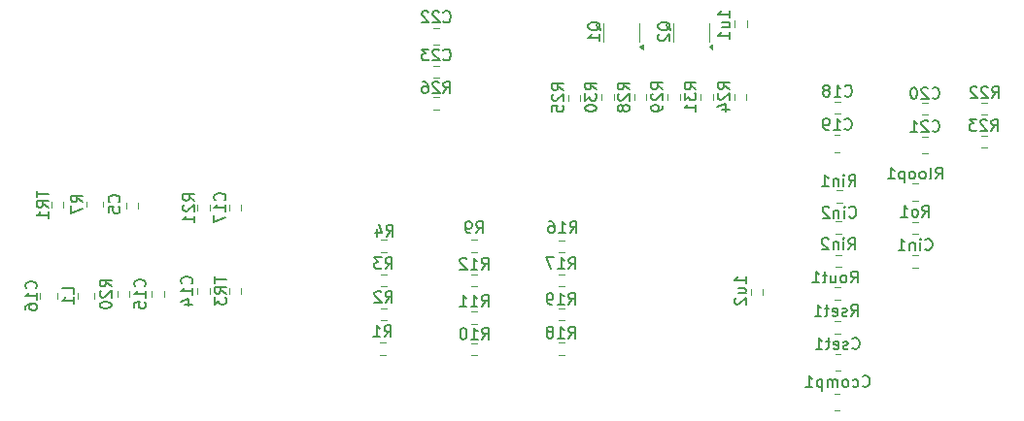
<source format=gbr>
%TF.GenerationSoftware,KiCad,Pcbnew,8.0.4*%
%TF.CreationDate,2024-10-15T03:41:12-05:00*%
%TF.ProjectId,FPP_10_8,4650505f-3130-45f3-982e-6b696361645f,rev?*%
%TF.SameCoordinates,Original*%
%TF.FileFunction,Legend,Bot*%
%TF.FilePolarity,Positive*%
%FSLAX46Y46*%
G04 Gerber Fmt 4.6, Leading zero omitted, Abs format (unit mm)*
G04 Created by KiCad (PCBNEW 8.0.4) date 2024-10-15 03:41:12*
%MOMM*%
%LPD*%
G01*
G04 APERTURE LIST*
%ADD10C,0.150000*%
%ADD11C,0.120000*%
G04 APERTURE END LIST*
D10*
X171204819Y-79944642D02*
X170728628Y-79611309D01*
X171204819Y-79373214D02*
X170204819Y-79373214D01*
X170204819Y-79373214D02*
X170204819Y-79754166D01*
X170204819Y-79754166D02*
X170252438Y-79849404D01*
X170252438Y-79849404D02*
X170300057Y-79897023D01*
X170300057Y-79897023D02*
X170395295Y-79944642D01*
X170395295Y-79944642D02*
X170538152Y-79944642D01*
X170538152Y-79944642D02*
X170633390Y-79897023D01*
X170633390Y-79897023D02*
X170681009Y-79849404D01*
X170681009Y-79849404D02*
X170728628Y-79754166D01*
X170728628Y-79754166D02*
X170728628Y-79373214D01*
X170204819Y-80277976D02*
X170204819Y-80897023D01*
X170204819Y-80897023D02*
X170585771Y-80563690D01*
X170585771Y-80563690D02*
X170585771Y-80706547D01*
X170585771Y-80706547D02*
X170633390Y-80801785D01*
X170633390Y-80801785D02*
X170681009Y-80849404D01*
X170681009Y-80849404D02*
X170776247Y-80897023D01*
X170776247Y-80897023D02*
X171014342Y-80897023D01*
X171014342Y-80897023D02*
X171109580Y-80849404D01*
X171109580Y-80849404D02*
X171157200Y-80801785D01*
X171157200Y-80801785D02*
X171204819Y-80706547D01*
X171204819Y-80706547D02*
X171204819Y-80420833D01*
X171204819Y-80420833D02*
X171157200Y-80325595D01*
X171157200Y-80325595D02*
X171109580Y-80277976D01*
X171204819Y-81849404D02*
X171204819Y-81277976D01*
X171204819Y-81563690D02*
X170204819Y-81563690D01*
X170204819Y-81563690D02*
X170347676Y-81468452D01*
X170347676Y-81468452D02*
X170442914Y-81373214D01*
X170442914Y-81373214D02*
X170490533Y-81277976D01*
X162524819Y-79957142D02*
X162048628Y-79623809D01*
X162524819Y-79385714D02*
X161524819Y-79385714D01*
X161524819Y-79385714D02*
X161524819Y-79766666D01*
X161524819Y-79766666D02*
X161572438Y-79861904D01*
X161572438Y-79861904D02*
X161620057Y-79909523D01*
X161620057Y-79909523D02*
X161715295Y-79957142D01*
X161715295Y-79957142D02*
X161858152Y-79957142D01*
X161858152Y-79957142D02*
X161953390Y-79909523D01*
X161953390Y-79909523D02*
X162001009Y-79861904D01*
X162001009Y-79861904D02*
X162048628Y-79766666D01*
X162048628Y-79766666D02*
X162048628Y-79385714D01*
X161524819Y-80290476D02*
X161524819Y-80909523D01*
X161524819Y-80909523D02*
X161905771Y-80576190D01*
X161905771Y-80576190D02*
X161905771Y-80719047D01*
X161905771Y-80719047D02*
X161953390Y-80814285D01*
X161953390Y-80814285D02*
X162001009Y-80861904D01*
X162001009Y-80861904D02*
X162096247Y-80909523D01*
X162096247Y-80909523D02*
X162334342Y-80909523D01*
X162334342Y-80909523D02*
X162429580Y-80861904D01*
X162429580Y-80861904D02*
X162477200Y-80814285D01*
X162477200Y-80814285D02*
X162524819Y-80719047D01*
X162524819Y-80719047D02*
X162524819Y-80433333D01*
X162524819Y-80433333D02*
X162477200Y-80338095D01*
X162477200Y-80338095D02*
X162429580Y-80290476D01*
X161524819Y-81528571D02*
X161524819Y-81623809D01*
X161524819Y-81623809D02*
X161572438Y-81719047D01*
X161572438Y-81719047D02*
X161620057Y-81766666D01*
X161620057Y-81766666D02*
X161715295Y-81814285D01*
X161715295Y-81814285D02*
X161905771Y-81861904D01*
X161905771Y-81861904D02*
X162143866Y-81861904D01*
X162143866Y-81861904D02*
X162334342Y-81814285D01*
X162334342Y-81814285D02*
X162429580Y-81766666D01*
X162429580Y-81766666D02*
X162477200Y-81719047D01*
X162477200Y-81719047D02*
X162524819Y-81623809D01*
X162524819Y-81623809D02*
X162524819Y-81528571D01*
X162524819Y-81528571D02*
X162477200Y-81433333D01*
X162477200Y-81433333D02*
X162429580Y-81385714D01*
X162429580Y-81385714D02*
X162334342Y-81338095D01*
X162334342Y-81338095D02*
X162143866Y-81290476D01*
X162143866Y-81290476D02*
X161905771Y-81290476D01*
X161905771Y-81290476D02*
X161715295Y-81338095D01*
X161715295Y-81338095D02*
X161620057Y-81385714D01*
X161620057Y-81385714D02*
X161572438Y-81433333D01*
X161572438Y-81433333D02*
X161524819Y-81528571D01*
X168304819Y-79944642D02*
X167828628Y-79611309D01*
X168304819Y-79373214D02*
X167304819Y-79373214D01*
X167304819Y-79373214D02*
X167304819Y-79754166D01*
X167304819Y-79754166D02*
X167352438Y-79849404D01*
X167352438Y-79849404D02*
X167400057Y-79897023D01*
X167400057Y-79897023D02*
X167495295Y-79944642D01*
X167495295Y-79944642D02*
X167638152Y-79944642D01*
X167638152Y-79944642D02*
X167733390Y-79897023D01*
X167733390Y-79897023D02*
X167781009Y-79849404D01*
X167781009Y-79849404D02*
X167828628Y-79754166D01*
X167828628Y-79754166D02*
X167828628Y-79373214D01*
X167400057Y-80325595D02*
X167352438Y-80373214D01*
X167352438Y-80373214D02*
X167304819Y-80468452D01*
X167304819Y-80468452D02*
X167304819Y-80706547D01*
X167304819Y-80706547D02*
X167352438Y-80801785D01*
X167352438Y-80801785D02*
X167400057Y-80849404D01*
X167400057Y-80849404D02*
X167495295Y-80897023D01*
X167495295Y-80897023D02*
X167590533Y-80897023D01*
X167590533Y-80897023D02*
X167733390Y-80849404D01*
X167733390Y-80849404D02*
X168304819Y-80277976D01*
X168304819Y-80277976D02*
X168304819Y-80897023D01*
X168304819Y-81373214D02*
X168304819Y-81563690D01*
X168304819Y-81563690D02*
X168257200Y-81658928D01*
X168257200Y-81658928D02*
X168209580Y-81706547D01*
X168209580Y-81706547D02*
X168066723Y-81801785D01*
X168066723Y-81801785D02*
X167876247Y-81849404D01*
X167876247Y-81849404D02*
X167495295Y-81849404D01*
X167495295Y-81849404D02*
X167400057Y-81801785D01*
X167400057Y-81801785D02*
X167352438Y-81754166D01*
X167352438Y-81754166D02*
X167304819Y-81658928D01*
X167304819Y-81658928D02*
X167304819Y-81468452D01*
X167304819Y-81468452D02*
X167352438Y-81373214D01*
X167352438Y-81373214D02*
X167400057Y-81325595D01*
X167400057Y-81325595D02*
X167495295Y-81277976D01*
X167495295Y-81277976D02*
X167733390Y-81277976D01*
X167733390Y-81277976D02*
X167828628Y-81325595D01*
X167828628Y-81325595D02*
X167876247Y-81373214D01*
X167876247Y-81373214D02*
X167923866Y-81468452D01*
X167923866Y-81468452D02*
X167923866Y-81658928D01*
X167923866Y-81658928D02*
X167876247Y-81754166D01*
X167876247Y-81754166D02*
X167828628Y-81801785D01*
X167828628Y-81801785D02*
X167733390Y-81849404D01*
X165374819Y-79957142D02*
X164898628Y-79623809D01*
X165374819Y-79385714D02*
X164374819Y-79385714D01*
X164374819Y-79385714D02*
X164374819Y-79766666D01*
X164374819Y-79766666D02*
X164422438Y-79861904D01*
X164422438Y-79861904D02*
X164470057Y-79909523D01*
X164470057Y-79909523D02*
X164565295Y-79957142D01*
X164565295Y-79957142D02*
X164708152Y-79957142D01*
X164708152Y-79957142D02*
X164803390Y-79909523D01*
X164803390Y-79909523D02*
X164851009Y-79861904D01*
X164851009Y-79861904D02*
X164898628Y-79766666D01*
X164898628Y-79766666D02*
X164898628Y-79385714D01*
X164470057Y-80338095D02*
X164422438Y-80385714D01*
X164422438Y-80385714D02*
X164374819Y-80480952D01*
X164374819Y-80480952D02*
X164374819Y-80719047D01*
X164374819Y-80719047D02*
X164422438Y-80814285D01*
X164422438Y-80814285D02*
X164470057Y-80861904D01*
X164470057Y-80861904D02*
X164565295Y-80909523D01*
X164565295Y-80909523D02*
X164660533Y-80909523D01*
X164660533Y-80909523D02*
X164803390Y-80861904D01*
X164803390Y-80861904D02*
X165374819Y-80290476D01*
X165374819Y-80290476D02*
X165374819Y-80909523D01*
X164803390Y-81480952D02*
X164755771Y-81385714D01*
X164755771Y-81385714D02*
X164708152Y-81338095D01*
X164708152Y-81338095D02*
X164612914Y-81290476D01*
X164612914Y-81290476D02*
X164565295Y-81290476D01*
X164565295Y-81290476D02*
X164470057Y-81338095D01*
X164470057Y-81338095D02*
X164422438Y-81385714D01*
X164422438Y-81385714D02*
X164374819Y-81480952D01*
X164374819Y-81480952D02*
X164374819Y-81671428D01*
X164374819Y-81671428D02*
X164422438Y-81766666D01*
X164422438Y-81766666D02*
X164470057Y-81814285D01*
X164470057Y-81814285D02*
X164565295Y-81861904D01*
X164565295Y-81861904D02*
X164612914Y-81861904D01*
X164612914Y-81861904D02*
X164708152Y-81814285D01*
X164708152Y-81814285D02*
X164755771Y-81766666D01*
X164755771Y-81766666D02*
X164803390Y-81671428D01*
X164803390Y-81671428D02*
X164803390Y-81480952D01*
X164803390Y-81480952D02*
X164851009Y-81385714D01*
X164851009Y-81385714D02*
X164898628Y-81338095D01*
X164898628Y-81338095D02*
X164993866Y-81290476D01*
X164993866Y-81290476D02*
X165184342Y-81290476D01*
X165184342Y-81290476D02*
X165279580Y-81338095D01*
X165279580Y-81338095D02*
X165327200Y-81385714D01*
X165327200Y-81385714D02*
X165374819Y-81480952D01*
X165374819Y-81480952D02*
X165374819Y-81671428D01*
X165374819Y-81671428D02*
X165327200Y-81766666D01*
X165327200Y-81766666D02*
X165279580Y-81814285D01*
X165279580Y-81814285D02*
X165184342Y-81861904D01*
X165184342Y-81861904D02*
X164993866Y-81861904D01*
X164993866Y-81861904D02*
X164898628Y-81814285D01*
X164898628Y-81814285D02*
X164851009Y-81766666D01*
X164851009Y-81766666D02*
X164803390Y-81671428D01*
X149192857Y-80254819D02*
X149526190Y-79778628D01*
X149764285Y-80254819D02*
X149764285Y-79254819D01*
X149764285Y-79254819D02*
X149383333Y-79254819D01*
X149383333Y-79254819D02*
X149288095Y-79302438D01*
X149288095Y-79302438D02*
X149240476Y-79350057D01*
X149240476Y-79350057D02*
X149192857Y-79445295D01*
X149192857Y-79445295D02*
X149192857Y-79588152D01*
X149192857Y-79588152D02*
X149240476Y-79683390D01*
X149240476Y-79683390D02*
X149288095Y-79731009D01*
X149288095Y-79731009D02*
X149383333Y-79778628D01*
X149383333Y-79778628D02*
X149764285Y-79778628D01*
X148811904Y-79350057D02*
X148764285Y-79302438D01*
X148764285Y-79302438D02*
X148669047Y-79254819D01*
X148669047Y-79254819D02*
X148430952Y-79254819D01*
X148430952Y-79254819D02*
X148335714Y-79302438D01*
X148335714Y-79302438D02*
X148288095Y-79350057D01*
X148288095Y-79350057D02*
X148240476Y-79445295D01*
X148240476Y-79445295D02*
X148240476Y-79540533D01*
X148240476Y-79540533D02*
X148288095Y-79683390D01*
X148288095Y-79683390D02*
X148859523Y-80254819D01*
X148859523Y-80254819D02*
X148240476Y-80254819D01*
X147383333Y-79254819D02*
X147573809Y-79254819D01*
X147573809Y-79254819D02*
X147669047Y-79302438D01*
X147669047Y-79302438D02*
X147716666Y-79350057D01*
X147716666Y-79350057D02*
X147811904Y-79492914D01*
X147811904Y-79492914D02*
X147859523Y-79683390D01*
X147859523Y-79683390D02*
X147859523Y-80064342D01*
X147859523Y-80064342D02*
X147811904Y-80159580D01*
X147811904Y-80159580D02*
X147764285Y-80207200D01*
X147764285Y-80207200D02*
X147669047Y-80254819D01*
X147669047Y-80254819D02*
X147478571Y-80254819D01*
X147478571Y-80254819D02*
X147383333Y-80207200D01*
X147383333Y-80207200D02*
X147335714Y-80159580D01*
X147335714Y-80159580D02*
X147288095Y-80064342D01*
X147288095Y-80064342D02*
X147288095Y-79826247D01*
X147288095Y-79826247D02*
X147335714Y-79731009D01*
X147335714Y-79731009D02*
X147383333Y-79683390D01*
X147383333Y-79683390D02*
X147478571Y-79635771D01*
X147478571Y-79635771D02*
X147669047Y-79635771D01*
X147669047Y-79635771D02*
X147764285Y-79683390D01*
X147764285Y-79683390D02*
X147811904Y-79731009D01*
X147811904Y-79731009D02*
X147859523Y-79826247D01*
X159654819Y-79994642D02*
X159178628Y-79661309D01*
X159654819Y-79423214D02*
X158654819Y-79423214D01*
X158654819Y-79423214D02*
X158654819Y-79804166D01*
X158654819Y-79804166D02*
X158702438Y-79899404D01*
X158702438Y-79899404D02*
X158750057Y-79947023D01*
X158750057Y-79947023D02*
X158845295Y-79994642D01*
X158845295Y-79994642D02*
X158988152Y-79994642D01*
X158988152Y-79994642D02*
X159083390Y-79947023D01*
X159083390Y-79947023D02*
X159131009Y-79899404D01*
X159131009Y-79899404D02*
X159178628Y-79804166D01*
X159178628Y-79804166D02*
X159178628Y-79423214D01*
X158750057Y-80375595D02*
X158702438Y-80423214D01*
X158702438Y-80423214D02*
X158654819Y-80518452D01*
X158654819Y-80518452D02*
X158654819Y-80756547D01*
X158654819Y-80756547D02*
X158702438Y-80851785D01*
X158702438Y-80851785D02*
X158750057Y-80899404D01*
X158750057Y-80899404D02*
X158845295Y-80947023D01*
X158845295Y-80947023D02*
X158940533Y-80947023D01*
X158940533Y-80947023D02*
X159083390Y-80899404D01*
X159083390Y-80899404D02*
X159654819Y-80327976D01*
X159654819Y-80327976D02*
X159654819Y-80947023D01*
X158654819Y-81851785D02*
X158654819Y-81375595D01*
X158654819Y-81375595D02*
X159131009Y-81327976D01*
X159131009Y-81327976D02*
X159083390Y-81375595D01*
X159083390Y-81375595D02*
X159035771Y-81470833D01*
X159035771Y-81470833D02*
X159035771Y-81708928D01*
X159035771Y-81708928D02*
X159083390Y-81804166D01*
X159083390Y-81804166D02*
X159131009Y-81851785D01*
X159131009Y-81851785D02*
X159226247Y-81899404D01*
X159226247Y-81899404D02*
X159464342Y-81899404D01*
X159464342Y-81899404D02*
X159559580Y-81851785D01*
X159559580Y-81851785D02*
X159607200Y-81804166D01*
X159607200Y-81804166D02*
X159654819Y-81708928D01*
X159654819Y-81708928D02*
X159654819Y-81470833D01*
X159654819Y-81470833D02*
X159607200Y-81375595D01*
X159607200Y-81375595D02*
X159559580Y-81327976D01*
X174104819Y-79894642D02*
X173628628Y-79561309D01*
X174104819Y-79323214D02*
X173104819Y-79323214D01*
X173104819Y-79323214D02*
X173104819Y-79704166D01*
X173104819Y-79704166D02*
X173152438Y-79799404D01*
X173152438Y-79799404D02*
X173200057Y-79847023D01*
X173200057Y-79847023D02*
X173295295Y-79894642D01*
X173295295Y-79894642D02*
X173438152Y-79894642D01*
X173438152Y-79894642D02*
X173533390Y-79847023D01*
X173533390Y-79847023D02*
X173581009Y-79799404D01*
X173581009Y-79799404D02*
X173628628Y-79704166D01*
X173628628Y-79704166D02*
X173628628Y-79323214D01*
X173200057Y-80275595D02*
X173152438Y-80323214D01*
X173152438Y-80323214D02*
X173104819Y-80418452D01*
X173104819Y-80418452D02*
X173104819Y-80656547D01*
X173104819Y-80656547D02*
X173152438Y-80751785D01*
X173152438Y-80751785D02*
X173200057Y-80799404D01*
X173200057Y-80799404D02*
X173295295Y-80847023D01*
X173295295Y-80847023D02*
X173390533Y-80847023D01*
X173390533Y-80847023D02*
X173533390Y-80799404D01*
X173533390Y-80799404D02*
X174104819Y-80227976D01*
X174104819Y-80227976D02*
X174104819Y-80847023D01*
X173438152Y-81704166D02*
X174104819Y-81704166D01*
X173057200Y-81466071D02*
X173771485Y-81227976D01*
X173771485Y-81227976D02*
X173771485Y-81847023D01*
X169000057Y-74804761D02*
X168952438Y-74709523D01*
X168952438Y-74709523D02*
X168857200Y-74614285D01*
X168857200Y-74614285D02*
X168714342Y-74471428D01*
X168714342Y-74471428D02*
X168666723Y-74376190D01*
X168666723Y-74376190D02*
X168666723Y-74280952D01*
X168904819Y-74328571D02*
X168857200Y-74233333D01*
X168857200Y-74233333D02*
X168761961Y-74138095D01*
X168761961Y-74138095D02*
X168571485Y-74090476D01*
X168571485Y-74090476D02*
X168238152Y-74090476D01*
X168238152Y-74090476D02*
X168047676Y-74138095D01*
X168047676Y-74138095D02*
X167952438Y-74233333D01*
X167952438Y-74233333D02*
X167904819Y-74328571D01*
X167904819Y-74328571D02*
X167904819Y-74519047D01*
X167904819Y-74519047D02*
X167952438Y-74614285D01*
X167952438Y-74614285D02*
X168047676Y-74709523D01*
X168047676Y-74709523D02*
X168238152Y-74757142D01*
X168238152Y-74757142D02*
X168571485Y-74757142D01*
X168571485Y-74757142D02*
X168761961Y-74709523D01*
X168761961Y-74709523D02*
X168857200Y-74614285D01*
X168857200Y-74614285D02*
X168904819Y-74519047D01*
X168904819Y-74519047D02*
X168904819Y-74328571D01*
X168000057Y-75138095D02*
X167952438Y-75185714D01*
X167952438Y-75185714D02*
X167904819Y-75280952D01*
X167904819Y-75280952D02*
X167904819Y-75519047D01*
X167904819Y-75519047D02*
X167952438Y-75614285D01*
X167952438Y-75614285D02*
X168000057Y-75661904D01*
X168000057Y-75661904D02*
X168095295Y-75709523D01*
X168095295Y-75709523D02*
X168190533Y-75709523D01*
X168190533Y-75709523D02*
X168333390Y-75661904D01*
X168333390Y-75661904D02*
X168904819Y-75090476D01*
X168904819Y-75090476D02*
X168904819Y-75709523D01*
X162900057Y-74804761D02*
X162852438Y-74709523D01*
X162852438Y-74709523D02*
X162757200Y-74614285D01*
X162757200Y-74614285D02*
X162614342Y-74471428D01*
X162614342Y-74471428D02*
X162566723Y-74376190D01*
X162566723Y-74376190D02*
X162566723Y-74280952D01*
X162804819Y-74328571D02*
X162757200Y-74233333D01*
X162757200Y-74233333D02*
X162661961Y-74138095D01*
X162661961Y-74138095D02*
X162471485Y-74090476D01*
X162471485Y-74090476D02*
X162138152Y-74090476D01*
X162138152Y-74090476D02*
X161947676Y-74138095D01*
X161947676Y-74138095D02*
X161852438Y-74233333D01*
X161852438Y-74233333D02*
X161804819Y-74328571D01*
X161804819Y-74328571D02*
X161804819Y-74519047D01*
X161804819Y-74519047D02*
X161852438Y-74614285D01*
X161852438Y-74614285D02*
X161947676Y-74709523D01*
X161947676Y-74709523D02*
X162138152Y-74757142D01*
X162138152Y-74757142D02*
X162471485Y-74757142D01*
X162471485Y-74757142D02*
X162661961Y-74709523D01*
X162661961Y-74709523D02*
X162757200Y-74614285D01*
X162757200Y-74614285D02*
X162804819Y-74519047D01*
X162804819Y-74519047D02*
X162804819Y-74328571D01*
X162804819Y-75709523D02*
X162804819Y-75138095D01*
X162804819Y-75423809D02*
X161804819Y-75423809D01*
X161804819Y-75423809D02*
X161947676Y-75328571D01*
X161947676Y-75328571D02*
X162042914Y-75233333D01*
X162042914Y-75233333D02*
X162090533Y-75138095D01*
X149192857Y-77329580D02*
X149240476Y-77377200D01*
X149240476Y-77377200D02*
X149383333Y-77424819D01*
X149383333Y-77424819D02*
X149478571Y-77424819D01*
X149478571Y-77424819D02*
X149621428Y-77377200D01*
X149621428Y-77377200D02*
X149716666Y-77281961D01*
X149716666Y-77281961D02*
X149764285Y-77186723D01*
X149764285Y-77186723D02*
X149811904Y-76996247D01*
X149811904Y-76996247D02*
X149811904Y-76853390D01*
X149811904Y-76853390D02*
X149764285Y-76662914D01*
X149764285Y-76662914D02*
X149716666Y-76567676D01*
X149716666Y-76567676D02*
X149621428Y-76472438D01*
X149621428Y-76472438D02*
X149478571Y-76424819D01*
X149478571Y-76424819D02*
X149383333Y-76424819D01*
X149383333Y-76424819D02*
X149240476Y-76472438D01*
X149240476Y-76472438D02*
X149192857Y-76520057D01*
X148811904Y-76520057D02*
X148764285Y-76472438D01*
X148764285Y-76472438D02*
X148669047Y-76424819D01*
X148669047Y-76424819D02*
X148430952Y-76424819D01*
X148430952Y-76424819D02*
X148335714Y-76472438D01*
X148335714Y-76472438D02*
X148288095Y-76520057D01*
X148288095Y-76520057D02*
X148240476Y-76615295D01*
X148240476Y-76615295D02*
X148240476Y-76710533D01*
X148240476Y-76710533D02*
X148288095Y-76853390D01*
X148288095Y-76853390D02*
X148859523Y-77424819D01*
X148859523Y-77424819D02*
X148240476Y-77424819D01*
X147907142Y-76424819D02*
X147288095Y-76424819D01*
X147288095Y-76424819D02*
X147621428Y-76805771D01*
X147621428Y-76805771D02*
X147478571Y-76805771D01*
X147478571Y-76805771D02*
X147383333Y-76853390D01*
X147383333Y-76853390D02*
X147335714Y-76901009D01*
X147335714Y-76901009D02*
X147288095Y-76996247D01*
X147288095Y-76996247D02*
X147288095Y-77234342D01*
X147288095Y-77234342D02*
X147335714Y-77329580D01*
X147335714Y-77329580D02*
X147383333Y-77377200D01*
X147383333Y-77377200D02*
X147478571Y-77424819D01*
X147478571Y-77424819D02*
X147764285Y-77424819D01*
X147764285Y-77424819D02*
X147859523Y-77377200D01*
X147859523Y-77377200D02*
X147907142Y-77329580D01*
X149192857Y-74009580D02*
X149240476Y-74057200D01*
X149240476Y-74057200D02*
X149383333Y-74104819D01*
X149383333Y-74104819D02*
X149478571Y-74104819D01*
X149478571Y-74104819D02*
X149621428Y-74057200D01*
X149621428Y-74057200D02*
X149716666Y-73961961D01*
X149716666Y-73961961D02*
X149764285Y-73866723D01*
X149764285Y-73866723D02*
X149811904Y-73676247D01*
X149811904Y-73676247D02*
X149811904Y-73533390D01*
X149811904Y-73533390D02*
X149764285Y-73342914D01*
X149764285Y-73342914D02*
X149716666Y-73247676D01*
X149716666Y-73247676D02*
X149621428Y-73152438D01*
X149621428Y-73152438D02*
X149478571Y-73104819D01*
X149478571Y-73104819D02*
X149383333Y-73104819D01*
X149383333Y-73104819D02*
X149240476Y-73152438D01*
X149240476Y-73152438D02*
X149192857Y-73200057D01*
X148811904Y-73200057D02*
X148764285Y-73152438D01*
X148764285Y-73152438D02*
X148669047Y-73104819D01*
X148669047Y-73104819D02*
X148430952Y-73104819D01*
X148430952Y-73104819D02*
X148335714Y-73152438D01*
X148335714Y-73152438D02*
X148288095Y-73200057D01*
X148288095Y-73200057D02*
X148240476Y-73295295D01*
X148240476Y-73295295D02*
X148240476Y-73390533D01*
X148240476Y-73390533D02*
X148288095Y-73533390D01*
X148288095Y-73533390D02*
X148859523Y-74104819D01*
X148859523Y-74104819D02*
X148240476Y-74104819D01*
X147859523Y-73200057D02*
X147811904Y-73152438D01*
X147811904Y-73152438D02*
X147716666Y-73104819D01*
X147716666Y-73104819D02*
X147478571Y-73104819D01*
X147478571Y-73104819D02*
X147383333Y-73152438D01*
X147383333Y-73152438D02*
X147335714Y-73200057D01*
X147335714Y-73200057D02*
X147288095Y-73295295D01*
X147288095Y-73295295D02*
X147288095Y-73390533D01*
X147288095Y-73390533D02*
X147335714Y-73533390D01*
X147335714Y-73533390D02*
X147907142Y-74104819D01*
X147907142Y-74104819D02*
X147288095Y-74104819D01*
X175554819Y-96857142D02*
X175554819Y-96285714D01*
X175554819Y-96571428D02*
X174554819Y-96571428D01*
X174554819Y-96571428D02*
X174697676Y-96476190D01*
X174697676Y-96476190D02*
X174792914Y-96380952D01*
X174792914Y-96380952D02*
X174840533Y-96285714D01*
X174888152Y-97714285D02*
X175554819Y-97714285D01*
X174888152Y-97285714D02*
X175411961Y-97285714D01*
X175411961Y-97285714D02*
X175507200Y-97333333D01*
X175507200Y-97333333D02*
X175554819Y-97428571D01*
X175554819Y-97428571D02*
X175554819Y-97571428D01*
X175554819Y-97571428D02*
X175507200Y-97666666D01*
X175507200Y-97666666D02*
X175459580Y-97714285D01*
X174650057Y-98142857D02*
X174602438Y-98190476D01*
X174602438Y-98190476D02*
X174554819Y-98285714D01*
X174554819Y-98285714D02*
X174554819Y-98523809D01*
X174554819Y-98523809D02*
X174602438Y-98619047D01*
X174602438Y-98619047D02*
X174650057Y-98666666D01*
X174650057Y-98666666D02*
X174745295Y-98714285D01*
X174745295Y-98714285D02*
X174840533Y-98714285D01*
X174840533Y-98714285D02*
X174983390Y-98666666D01*
X174983390Y-98666666D02*
X175554819Y-98095238D01*
X175554819Y-98095238D02*
X175554819Y-98714285D01*
X174154819Y-73657142D02*
X174154819Y-73085714D01*
X174154819Y-73371428D02*
X173154819Y-73371428D01*
X173154819Y-73371428D02*
X173297676Y-73276190D01*
X173297676Y-73276190D02*
X173392914Y-73180952D01*
X173392914Y-73180952D02*
X173440533Y-73085714D01*
X173488152Y-74514285D02*
X174154819Y-74514285D01*
X173488152Y-74085714D02*
X174011961Y-74085714D01*
X174011961Y-74085714D02*
X174107200Y-74133333D01*
X174107200Y-74133333D02*
X174154819Y-74228571D01*
X174154819Y-74228571D02*
X174154819Y-74371428D01*
X174154819Y-74371428D02*
X174107200Y-74466666D01*
X174107200Y-74466666D02*
X174059580Y-74514285D01*
X174154819Y-75514285D02*
X174154819Y-74942857D01*
X174154819Y-75228571D02*
X173154819Y-75228571D01*
X173154819Y-75228571D02*
X173297676Y-75133333D01*
X173297676Y-75133333D02*
X173392914Y-75038095D01*
X173392914Y-75038095D02*
X173440533Y-74942857D01*
X127219580Y-96894642D02*
X127267200Y-96847023D01*
X127267200Y-96847023D02*
X127314819Y-96704166D01*
X127314819Y-96704166D02*
X127314819Y-96608928D01*
X127314819Y-96608928D02*
X127267200Y-96466071D01*
X127267200Y-96466071D02*
X127171961Y-96370833D01*
X127171961Y-96370833D02*
X127076723Y-96323214D01*
X127076723Y-96323214D02*
X126886247Y-96275595D01*
X126886247Y-96275595D02*
X126743390Y-96275595D01*
X126743390Y-96275595D02*
X126552914Y-96323214D01*
X126552914Y-96323214D02*
X126457676Y-96370833D01*
X126457676Y-96370833D02*
X126362438Y-96466071D01*
X126362438Y-96466071D02*
X126314819Y-96608928D01*
X126314819Y-96608928D02*
X126314819Y-96704166D01*
X126314819Y-96704166D02*
X126362438Y-96847023D01*
X126362438Y-96847023D02*
X126410057Y-96894642D01*
X127314819Y-97847023D02*
X127314819Y-97275595D01*
X127314819Y-97561309D02*
X126314819Y-97561309D01*
X126314819Y-97561309D02*
X126457676Y-97466071D01*
X126457676Y-97466071D02*
X126552914Y-97370833D01*
X126552914Y-97370833D02*
X126600533Y-97275595D01*
X126648152Y-98704166D02*
X127314819Y-98704166D01*
X126267200Y-98466071D02*
X126981485Y-98227976D01*
X126981485Y-98227976D02*
X126981485Y-98847023D01*
X191792857Y-80659580D02*
X191840476Y-80707200D01*
X191840476Y-80707200D02*
X191983333Y-80754819D01*
X191983333Y-80754819D02*
X192078571Y-80754819D01*
X192078571Y-80754819D02*
X192221428Y-80707200D01*
X192221428Y-80707200D02*
X192316666Y-80611961D01*
X192316666Y-80611961D02*
X192364285Y-80516723D01*
X192364285Y-80516723D02*
X192411904Y-80326247D01*
X192411904Y-80326247D02*
X192411904Y-80183390D01*
X192411904Y-80183390D02*
X192364285Y-79992914D01*
X192364285Y-79992914D02*
X192316666Y-79897676D01*
X192316666Y-79897676D02*
X192221428Y-79802438D01*
X192221428Y-79802438D02*
X192078571Y-79754819D01*
X192078571Y-79754819D02*
X191983333Y-79754819D01*
X191983333Y-79754819D02*
X191840476Y-79802438D01*
X191840476Y-79802438D02*
X191792857Y-79850057D01*
X191411904Y-79850057D02*
X191364285Y-79802438D01*
X191364285Y-79802438D02*
X191269047Y-79754819D01*
X191269047Y-79754819D02*
X191030952Y-79754819D01*
X191030952Y-79754819D02*
X190935714Y-79802438D01*
X190935714Y-79802438D02*
X190888095Y-79850057D01*
X190888095Y-79850057D02*
X190840476Y-79945295D01*
X190840476Y-79945295D02*
X190840476Y-80040533D01*
X190840476Y-80040533D02*
X190888095Y-80183390D01*
X190888095Y-80183390D02*
X191459523Y-80754819D01*
X191459523Y-80754819D02*
X190840476Y-80754819D01*
X190221428Y-79754819D02*
X190126190Y-79754819D01*
X190126190Y-79754819D02*
X190030952Y-79802438D01*
X190030952Y-79802438D02*
X189983333Y-79850057D01*
X189983333Y-79850057D02*
X189935714Y-79945295D01*
X189935714Y-79945295D02*
X189888095Y-80135771D01*
X189888095Y-80135771D02*
X189888095Y-80373866D01*
X189888095Y-80373866D02*
X189935714Y-80564342D01*
X189935714Y-80564342D02*
X189983333Y-80659580D01*
X189983333Y-80659580D02*
X190030952Y-80707200D01*
X190030952Y-80707200D02*
X190126190Y-80754819D01*
X190126190Y-80754819D02*
X190221428Y-80754819D01*
X190221428Y-80754819D02*
X190316666Y-80707200D01*
X190316666Y-80707200D02*
X190364285Y-80659580D01*
X190364285Y-80659580D02*
X190411904Y-80564342D01*
X190411904Y-80564342D02*
X190459523Y-80373866D01*
X190459523Y-80373866D02*
X190459523Y-80135771D01*
X190459523Y-80135771D02*
X190411904Y-79945295D01*
X190411904Y-79945295D02*
X190364285Y-79850057D01*
X190364285Y-79850057D02*
X190316666Y-79802438D01*
X190316666Y-79802438D02*
X190221428Y-79754819D01*
X144131166Y-95613819D02*
X144464499Y-95137628D01*
X144702594Y-95613819D02*
X144702594Y-94613819D01*
X144702594Y-94613819D02*
X144321642Y-94613819D01*
X144321642Y-94613819D02*
X144226404Y-94661438D01*
X144226404Y-94661438D02*
X144178785Y-94709057D01*
X144178785Y-94709057D02*
X144131166Y-94804295D01*
X144131166Y-94804295D02*
X144131166Y-94947152D01*
X144131166Y-94947152D02*
X144178785Y-95042390D01*
X144178785Y-95042390D02*
X144226404Y-95090009D01*
X144226404Y-95090009D02*
X144321642Y-95137628D01*
X144321642Y-95137628D02*
X144702594Y-95137628D01*
X143797832Y-94613819D02*
X143178785Y-94613819D01*
X143178785Y-94613819D02*
X143512118Y-94994771D01*
X143512118Y-94994771D02*
X143369261Y-94994771D01*
X143369261Y-94994771D02*
X143274023Y-95042390D01*
X143274023Y-95042390D02*
X143226404Y-95090009D01*
X143226404Y-95090009D02*
X143178785Y-95185247D01*
X143178785Y-95185247D02*
X143178785Y-95423342D01*
X143178785Y-95423342D02*
X143226404Y-95518580D01*
X143226404Y-95518580D02*
X143274023Y-95566200D01*
X143274023Y-95566200D02*
X143369261Y-95613819D01*
X143369261Y-95613819D02*
X143654975Y-95613819D01*
X143654975Y-95613819D02*
X143750213Y-95566200D01*
X143750213Y-95566200D02*
X143797832Y-95518580D01*
X152542857Y-101754819D02*
X152876190Y-101278628D01*
X153114285Y-101754819D02*
X153114285Y-100754819D01*
X153114285Y-100754819D02*
X152733333Y-100754819D01*
X152733333Y-100754819D02*
X152638095Y-100802438D01*
X152638095Y-100802438D02*
X152590476Y-100850057D01*
X152590476Y-100850057D02*
X152542857Y-100945295D01*
X152542857Y-100945295D02*
X152542857Y-101088152D01*
X152542857Y-101088152D02*
X152590476Y-101183390D01*
X152590476Y-101183390D02*
X152638095Y-101231009D01*
X152638095Y-101231009D02*
X152733333Y-101278628D01*
X152733333Y-101278628D02*
X153114285Y-101278628D01*
X151590476Y-101754819D02*
X152161904Y-101754819D01*
X151876190Y-101754819D02*
X151876190Y-100754819D01*
X151876190Y-100754819D02*
X151971428Y-100897676D01*
X151971428Y-100897676D02*
X152066666Y-100992914D01*
X152066666Y-100992914D02*
X152161904Y-101040533D01*
X150971428Y-100754819D02*
X150876190Y-100754819D01*
X150876190Y-100754819D02*
X150780952Y-100802438D01*
X150780952Y-100802438D02*
X150733333Y-100850057D01*
X150733333Y-100850057D02*
X150685714Y-100945295D01*
X150685714Y-100945295D02*
X150638095Y-101135771D01*
X150638095Y-101135771D02*
X150638095Y-101373866D01*
X150638095Y-101373866D02*
X150685714Y-101564342D01*
X150685714Y-101564342D02*
X150733333Y-101659580D01*
X150733333Y-101659580D02*
X150780952Y-101707200D01*
X150780952Y-101707200D02*
X150876190Y-101754819D01*
X150876190Y-101754819D02*
X150971428Y-101754819D01*
X150971428Y-101754819D02*
X151066666Y-101707200D01*
X151066666Y-101707200D02*
X151114285Y-101659580D01*
X151114285Y-101659580D02*
X151161904Y-101564342D01*
X151161904Y-101564342D02*
X151209523Y-101373866D01*
X151209523Y-101373866D02*
X151209523Y-101135771D01*
X151209523Y-101135771D02*
X151161904Y-100945295D01*
X151161904Y-100945295D02*
X151114285Y-100850057D01*
X151114285Y-100850057D02*
X151066666Y-100802438D01*
X151066666Y-100802438D02*
X150971428Y-100754819D01*
X160092857Y-98704819D02*
X160426190Y-98228628D01*
X160664285Y-98704819D02*
X160664285Y-97704819D01*
X160664285Y-97704819D02*
X160283333Y-97704819D01*
X160283333Y-97704819D02*
X160188095Y-97752438D01*
X160188095Y-97752438D02*
X160140476Y-97800057D01*
X160140476Y-97800057D02*
X160092857Y-97895295D01*
X160092857Y-97895295D02*
X160092857Y-98038152D01*
X160092857Y-98038152D02*
X160140476Y-98133390D01*
X160140476Y-98133390D02*
X160188095Y-98181009D01*
X160188095Y-98181009D02*
X160283333Y-98228628D01*
X160283333Y-98228628D02*
X160664285Y-98228628D01*
X159140476Y-98704819D02*
X159711904Y-98704819D01*
X159426190Y-98704819D02*
X159426190Y-97704819D01*
X159426190Y-97704819D02*
X159521428Y-97847676D01*
X159521428Y-97847676D02*
X159616666Y-97942914D01*
X159616666Y-97942914D02*
X159711904Y-97990533D01*
X158664285Y-98704819D02*
X158473809Y-98704819D01*
X158473809Y-98704819D02*
X158378571Y-98657200D01*
X158378571Y-98657200D02*
X158330952Y-98609580D01*
X158330952Y-98609580D02*
X158235714Y-98466723D01*
X158235714Y-98466723D02*
X158188095Y-98276247D01*
X158188095Y-98276247D02*
X158188095Y-97895295D01*
X158188095Y-97895295D02*
X158235714Y-97800057D01*
X158235714Y-97800057D02*
X158283333Y-97752438D01*
X158283333Y-97752438D02*
X158378571Y-97704819D01*
X158378571Y-97704819D02*
X158569047Y-97704819D01*
X158569047Y-97704819D02*
X158664285Y-97752438D01*
X158664285Y-97752438D02*
X158711904Y-97800057D01*
X158711904Y-97800057D02*
X158759523Y-97895295D01*
X158759523Y-97895295D02*
X158759523Y-98133390D01*
X158759523Y-98133390D02*
X158711904Y-98228628D01*
X158711904Y-98228628D02*
X158664285Y-98276247D01*
X158664285Y-98276247D02*
X158569047Y-98323866D01*
X158569047Y-98323866D02*
X158378571Y-98323866D01*
X158378571Y-98323866D02*
X158283333Y-98276247D01*
X158283333Y-98276247D02*
X158235714Y-98228628D01*
X158235714Y-98228628D02*
X158188095Y-98133390D01*
X117744819Y-89783333D02*
X117268628Y-89450000D01*
X117744819Y-89211905D02*
X116744819Y-89211905D01*
X116744819Y-89211905D02*
X116744819Y-89592857D01*
X116744819Y-89592857D02*
X116792438Y-89688095D01*
X116792438Y-89688095D02*
X116840057Y-89735714D01*
X116840057Y-89735714D02*
X116935295Y-89783333D01*
X116935295Y-89783333D02*
X117078152Y-89783333D01*
X117078152Y-89783333D02*
X117173390Y-89735714D01*
X117173390Y-89735714D02*
X117221009Y-89688095D01*
X117221009Y-89688095D02*
X117268628Y-89592857D01*
X117268628Y-89592857D02*
X117268628Y-89211905D01*
X116744819Y-90116667D02*
X116744819Y-90783333D01*
X116744819Y-90783333D02*
X117744819Y-90354762D01*
X152530357Y-95644819D02*
X152863690Y-95168628D01*
X153101785Y-95644819D02*
X153101785Y-94644819D01*
X153101785Y-94644819D02*
X152720833Y-94644819D01*
X152720833Y-94644819D02*
X152625595Y-94692438D01*
X152625595Y-94692438D02*
X152577976Y-94740057D01*
X152577976Y-94740057D02*
X152530357Y-94835295D01*
X152530357Y-94835295D02*
X152530357Y-94978152D01*
X152530357Y-94978152D02*
X152577976Y-95073390D01*
X152577976Y-95073390D02*
X152625595Y-95121009D01*
X152625595Y-95121009D02*
X152720833Y-95168628D01*
X152720833Y-95168628D02*
X153101785Y-95168628D01*
X151577976Y-95644819D02*
X152149404Y-95644819D01*
X151863690Y-95644819D02*
X151863690Y-94644819D01*
X151863690Y-94644819D02*
X151958928Y-94787676D01*
X151958928Y-94787676D02*
X152054166Y-94882914D01*
X152054166Y-94882914D02*
X152149404Y-94930533D01*
X151197023Y-94740057D02*
X151149404Y-94692438D01*
X151149404Y-94692438D02*
X151054166Y-94644819D01*
X151054166Y-94644819D02*
X150816071Y-94644819D01*
X150816071Y-94644819D02*
X150720833Y-94692438D01*
X150720833Y-94692438D02*
X150673214Y-94740057D01*
X150673214Y-94740057D02*
X150625595Y-94835295D01*
X150625595Y-94835295D02*
X150625595Y-94930533D01*
X150625595Y-94930533D02*
X150673214Y-95073390D01*
X150673214Y-95073390D02*
X151244642Y-95644819D01*
X151244642Y-95644819D02*
X150625595Y-95644819D01*
X113649580Y-97307142D02*
X113697200Y-97259523D01*
X113697200Y-97259523D02*
X113744819Y-97116666D01*
X113744819Y-97116666D02*
X113744819Y-97021428D01*
X113744819Y-97021428D02*
X113697200Y-96878571D01*
X113697200Y-96878571D02*
X113601961Y-96783333D01*
X113601961Y-96783333D02*
X113506723Y-96735714D01*
X113506723Y-96735714D02*
X113316247Y-96688095D01*
X113316247Y-96688095D02*
X113173390Y-96688095D01*
X113173390Y-96688095D02*
X112982914Y-96735714D01*
X112982914Y-96735714D02*
X112887676Y-96783333D01*
X112887676Y-96783333D02*
X112792438Y-96878571D01*
X112792438Y-96878571D02*
X112744819Y-97021428D01*
X112744819Y-97021428D02*
X112744819Y-97116666D01*
X112744819Y-97116666D02*
X112792438Y-97259523D01*
X112792438Y-97259523D02*
X112840057Y-97307142D01*
X113744819Y-98259523D02*
X113744819Y-97688095D01*
X113744819Y-97973809D02*
X112744819Y-97973809D01*
X112744819Y-97973809D02*
X112887676Y-97878571D01*
X112887676Y-97878571D02*
X112982914Y-97783333D01*
X112982914Y-97783333D02*
X113030533Y-97688095D01*
X112744819Y-99116666D02*
X112744819Y-98926190D01*
X112744819Y-98926190D02*
X112792438Y-98830952D01*
X112792438Y-98830952D02*
X112840057Y-98783333D01*
X112840057Y-98783333D02*
X112982914Y-98688095D01*
X112982914Y-98688095D02*
X113173390Y-98640476D01*
X113173390Y-98640476D02*
X113554342Y-98640476D01*
X113554342Y-98640476D02*
X113649580Y-98688095D01*
X113649580Y-98688095D02*
X113697200Y-98735714D01*
X113697200Y-98735714D02*
X113744819Y-98830952D01*
X113744819Y-98830952D02*
X113744819Y-99021428D01*
X113744819Y-99021428D02*
X113697200Y-99116666D01*
X113697200Y-99116666D02*
X113649580Y-99164285D01*
X113649580Y-99164285D02*
X113554342Y-99211904D01*
X113554342Y-99211904D02*
X113316247Y-99211904D01*
X113316247Y-99211904D02*
X113221009Y-99164285D01*
X113221009Y-99164285D02*
X113173390Y-99116666D01*
X113173390Y-99116666D02*
X113125771Y-99021428D01*
X113125771Y-99021428D02*
X113125771Y-98830952D01*
X113125771Y-98830952D02*
X113173390Y-98735714D01*
X113173390Y-98735714D02*
X113221009Y-98688095D01*
X113221009Y-98688095D02*
X113316247Y-98640476D01*
X184700643Y-96817821D02*
X185033976Y-96341630D01*
X185272071Y-96817821D02*
X185272071Y-95817821D01*
X185272071Y-95817821D02*
X184891119Y-95817821D01*
X184891119Y-95817821D02*
X184795881Y-95865440D01*
X184795881Y-95865440D02*
X184748262Y-95913059D01*
X184748262Y-95913059D02*
X184700643Y-96008297D01*
X184700643Y-96008297D02*
X184700643Y-96151154D01*
X184700643Y-96151154D02*
X184748262Y-96246392D01*
X184748262Y-96246392D02*
X184795881Y-96294011D01*
X184795881Y-96294011D02*
X184891119Y-96341630D01*
X184891119Y-96341630D02*
X185272071Y-96341630D01*
X184129214Y-96817821D02*
X184224452Y-96770202D01*
X184224452Y-96770202D02*
X184272071Y-96722582D01*
X184272071Y-96722582D02*
X184319690Y-96627344D01*
X184319690Y-96627344D02*
X184319690Y-96341630D01*
X184319690Y-96341630D02*
X184272071Y-96246392D01*
X184272071Y-96246392D02*
X184224452Y-96198773D01*
X184224452Y-96198773D02*
X184129214Y-96151154D01*
X184129214Y-96151154D02*
X183986357Y-96151154D01*
X183986357Y-96151154D02*
X183891119Y-96198773D01*
X183891119Y-96198773D02*
X183843500Y-96246392D01*
X183843500Y-96246392D02*
X183795881Y-96341630D01*
X183795881Y-96341630D02*
X183795881Y-96627344D01*
X183795881Y-96627344D02*
X183843500Y-96722582D01*
X183843500Y-96722582D02*
X183891119Y-96770202D01*
X183891119Y-96770202D02*
X183986357Y-96817821D01*
X183986357Y-96817821D02*
X184129214Y-96817821D01*
X182938738Y-96151154D02*
X182938738Y-96817821D01*
X183367309Y-96151154D02*
X183367309Y-96674963D01*
X183367309Y-96674963D02*
X183319690Y-96770202D01*
X183319690Y-96770202D02*
X183224452Y-96817821D01*
X183224452Y-96817821D02*
X183081595Y-96817821D01*
X183081595Y-96817821D02*
X182986357Y-96770202D01*
X182986357Y-96770202D02*
X182938738Y-96722582D01*
X182605404Y-96151154D02*
X182224452Y-96151154D01*
X182462547Y-95817821D02*
X182462547Y-96674963D01*
X182462547Y-96674963D02*
X182414928Y-96770202D01*
X182414928Y-96770202D02*
X182319690Y-96817821D01*
X182319690Y-96817821D02*
X182224452Y-96817821D01*
X181367309Y-96817821D02*
X181938737Y-96817821D01*
X181653023Y-96817821D02*
X181653023Y-95817821D01*
X181653023Y-95817821D02*
X181748261Y-95960678D01*
X181748261Y-95960678D02*
X181843499Y-96055916D01*
X181843499Y-96055916D02*
X181938737Y-96103535D01*
X184505142Y-88398821D02*
X184838475Y-87922630D01*
X185076570Y-88398821D02*
X185076570Y-87398821D01*
X185076570Y-87398821D02*
X184695618Y-87398821D01*
X184695618Y-87398821D02*
X184600380Y-87446440D01*
X184600380Y-87446440D02*
X184552761Y-87494059D01*
X184552761Y-87494059D02*
X184505142Y-87589297D01*
X184505142Y-87589297D02*
X184505142Y-87732154D01*
X184505142Y-87732154D02*
X184552761Y-87827392D01*
X184552761Y-87827392D02*
X184600380Y-87875011D01*
X184600380Y-87875011D02*
X184695618Y-87922630D01*
X184695618Y-87922630D02*
X185076570Y-87922630D01*
X184076570Y-88398821D02*
X184076570Y-87732154D01*
X184076570Y-87398821D02*
X184124189Y-87446440D01*
X184124189Y-87446440D02*
X184076570Y-87494059D01*
X184076570Y-87494059D02*
X184028951Y-87446440D01*
X184028951Y-87446440D02*
X184076570Y-87398821D01*
X184076570Y-87398821D02*
X184076570Y-87494059D01*
X183600380Y-87732154D02*
X183600380Y-88398821D01*
X183600380Y-87827392D02*
X183552761Y-87779773D01*
X183552761Y-87779773D02*
X183457523Y-87732154D01*
X183457523Y-87732154D02*
X183314666Y-87732154D01*
X183314666Y-87732154D02*
X183219428Y-87779773D01*
X183219428Y-87779773D02*
X183171809Y-87875011D01*
X183171809Y-87875011D02*
X183171809Y-88398821D01*
X182171809Y-88398821D02*
X182743237Y-88398821D01*
X182457523Y-88398821D02*
X182457523Y-87398821D01*
X182457523Y-87398821D02*
X182552761Y-87541678D01*
X182552761Y-87541678D02*
X182647999Y-87636916D01*
X182647999Y-87636916D02*
X182743237Y-87684535D01*
X184729214Y-99717821D02*
X185062547Y-99241630D01*
X185300642Y-99717821D02*
X185300642Y-98717821D01*
X185300642Y-98717821D02*
X184919690Y-98717821D01*
X184919690Y-98717821D02*
X184824452Y-98765440D01*
X184824452Y-98765440D02*
X184776833Y-98813059D01*
X184776833Y-98813059D02*
X184729214Y-98908297D01*
X184729214Y-98908297D02*
X184729214Y-99051154D01*
X184729214Y-99051154D02*
X184776833Y-99146392D01*
X184776833Y-99146392D02*
X184824452Y-99194011D01*
X184824452Y-99194011D02*
X184919690Y-99241630D01*
X184919690Y-99241630D02*
X185300642Y-99241630D01*
X184348261Y-99670202D02*
X184253023Y-99717821D01*
X184253023Y-99717821D02*
X184062547Y-99717821D01*
X184062547Y-99717821D02*
X183967309Y-99670202D01*
X183967309Y-99670202D02*
X183919690Y-99574963D01*
X183919690Y-99574963D02*
X183919690Y-99527344D01*
X183919690Y-99527344D02*
X183967309Y-99432106D01*
X183967309Y-99432106D02*
X184062547Y-99384487D01*
X184062547Y-99384487D02*
X184205404Y-99384487D01*
X184205404Y-99384487D02*
X184300642Y-99336868D01*
X184300642Y-99336868D02*
X184348261Y-99241630D01*
X184348261Y-99241630D02*
X184348261Y-99194011D01*
X184348261Y-99194011D02*
X184300642Y-99098773D01*
X184300642Y-99098773D02*
X184205404Y-99051154D01*
X184205404Y-99051154D02*
X184062547Y-99051154D01*
X184062547Y-99051154D02*
X183967309Y-99098773D01*
X183110166Y-99670202D02*
X183205404Y-99717821D01*
X183205404Y-99717821D02*
X183395880Y-99717821D01*
X183395880Y-99717821D02*
X183491118Y-99670202D01*
X183491118Y-99670202D02*
X183538737Y-99574963D01*
X183538737Y-99574963D02*
X183538737Y-99194011D01*
X183538737Y-99194011D02*
X183491118Y-99098773D01*
X183491118Y-99098773D02*
X183395880Y-99051154D01*
X183395880Y-99051154D02*
X183205404Y-99051154D01*
X183205404Y-99051154D02*
X183110166Y-99098773D01*
X183110166Y-99098773D02*
X183062547Y-99194011D01*
X183062547Y-99194011D02*
X183062547Y-99289249D01*
X183062547Y-99289249D02*
X183538737Y-99384487D01*
X182776832Y-99051154D02*
X182395880Y-99051154D01*
X182633975Y-98717821D02*
X182633975Y-99574963D01*
X182633975Y-99574963D02*
X182586356Y-99670202D01*
X182586356Y-99670202D02*
X182491118Y-99717821D01*
X182491118Y-99717821D02*
X182395880Y-99717821D01*
X181538737Y-99717821D02*
X182110165Y-99717821D01*
X181824451Y-99717821D02*
X181824451Y-98717821D01*
X181824451Y-98717821D02*
X181919689Y-98860678D01*
X181919689Y-98860678D02*
X182014927Y-98955916D01*
X182014927Y-98955916D02*
X182110165Y-99003535D01*
X196990857Y-80698821D02*
X197324190Y-80222630D01*
X197562285Y-80698821D02*
X197562285Y-79698821D01*
X197562285Y-79698821D02*
X197181333Y-79698821D01*
X197181333Y-79698821D02*
X197086095Y-79746440D01*
X197086095Y-79746440D02*
X197038476Y-79794059D01*
X197038476Y-79794059D02*
X196990857Y-79889297D01*
X196990857Y-79889297D02*
X196990857Y-80032154D01*
X196990857Y-80032154D02*
X197038476Y-80127392D01*
X197038476Y-80127392D02*
X197086095Y-80175011D01*
X197086095Y-80175011D02*
X197181333Y-80222630D01*
X197181333Y-80222630D02*
X197562285Y-80222630D01*
X196609904Y-79794059D02*
X196562285Y-79746440D01*
X196562285Y-79746440D02*
X196467047Y-79698821D01*
X196467047Y-79698821D02*
X196228952Y-79698821D01*
X196228952Y-79698821D02*
X196133714Y-79746440D01*
X196133714Y-79746440D02*
X196086095Y-79794059D01*
X196086095Y-79794059D02*
X196038476Y-79889297D01*
X196038476Y-79889297D02*
X196038476Y-79984535D01*
X196038476Y-79984535D02*
X196086095Y-80127392D01*
X196086095Y-80127392D02*
X196657523Y-80698821D01*
X196657523Y-80698821D02*
X196038476Y-80698821D01*
X195657523Y-79794059D02*
X195609904Y-79746440D01*
X195609904Y-79746440D02*
X195514666Y-79698821D01*
X195514666Y-79698821D02*
X195276571Y-79698821D01*
X195276571Y-79698821D02*
X195181333Y-79746440D01*
X195181333Y-79746440D02*
X195133714Y-79794059D01*
X195133714Y-79794059D02*
X195086095Y-79889297D01*
X195086095Y-79889297D02*
X195086095Y-79984535D01*
X195086095Y-79984535D02*
X195133714Y-80127392D01*
X195133714Y-80127392D02*
X195705142Y-80698821D01*
X195705142Y-80698821D02*
X195086095Y-80698821D01*
X184153357Y-83383582D02*
X184200976Y-83431202D01*
X184200976Y-83431202D02*
X184343833Y-83478821D01*
X184343833Y-83478821D02*
X184439071Y-83478821D01*
X184439071Y-83478821D02*
X184581928Y-83431202D01*
X184581928Y-83431202D02*
X184677166Y-83335963D01*
X184677166Y-83335963D02*
X184724785Y-83240725D01*
X184724785Y-83240725D02*
X184772404Y-83050249D01*
X184772404Y-83050249D02*
X184772404Y-82907392D01*
X184772404Y-82907392D02*
X184724785Y-82716916D01*
X184724785Y-82716916D02*
X184677166Y-82621678D01*
X184677166Y-82621678D02*
X184581928Y-82526440D01*
X184581928Y-82526440D02*
X184439071Y-82478821D01*
X184439071Y-82478821D02*
X184343833Y-82478821D01*
X184343833Y-82478821D02*
X184200976Y-82526440D01*
X184200976Y-82526440D02*
X184153357Y-82574059D01*
X183200976Y-83478821D02*
X183772404Y-83478821D01*
X183486690Y-83478821D02*
X183486690Y-82478821D01*
X183486690Y-82478821D02*
X183581928Y-82621678D01*
X183581928Y-82621678D02*
X183677166Y-82716916D01*
X183677166Y-82716916D02*
X183772404Y-82764535D01*
X182724785Y-83478821D02*
X182534309Y-83478821D01*
X182534309Y-83478821D02*
X182439071Y-83431202D01*
X182439071Y-83431202D02*
X182391452Y-83383582D01*
X182391452Y-83383582D02*
X182296214Y-83240725D01*
X182296214Y-83240725D02*
X182248595Y-83050249D01*
X182248595Y-83050249D02*
X182248595Y-82669297D01*
X182248595Y-82669297D02*
X182296214Y-82574059D01*
X182296214Y-82574059D02*
X182343833Y-82526440D01*
X182343833Y-82526440D02*
X182439071Y-82478821D01*
X182439071Y-82478821D02*
X182629547Y-82478821D01*
X182629547Y-82478821D02*
X182724785Y-82526440D01*
X182724785Y-82526440D02*
X182772404Y-82574059D01*
X182772404Y-82574059D02*
X182820023Y-82669297D01*
X182820023Y-82669297D02*
X182820023Y-82907392D01*
X182820023Y-82907392D02*
X182772404Y-83002630D01*
X182772404Y-83002630D02*
X182724785Y-83050249D01*
X182724785Y-83050249D02*
X182629547Y-83097868D01*
X182629547Y-83097868D02*
X182439071Y-83097868D01*
X182439071Y-83097868D02*
X182343833Y-83050249D01*
X182343833Y-83050249D02*
X182296214Y-83002630D01*
X182296214Y-83002630D02*
X182248595Y-82907392D01*
X152530357Y-98894819D02*
X152863690Y-98418628D01*
X153101785Y-98894819D02*
X153101785Y-97894819D01*
X153101785Y-97894819D02*
X152720833Y-97894819D01*
X152720833Y-97894819D02*
X152625595Y-97942438D01*
X152625595Y-97942438D02*
X152577976Y-97990057D01*
X152577976Y-97990057D02*
X152530357Y-98085295D01*
X152530357Y-98085295D02*
X152530357Y-98228152D01*
X152530357Y-98228152D02*
X152577976Y-98323390D01*
X152577976Y-98323390D02*
X152625595Y-98371009D01*
X152625595Y-98371009D02*
X152720833Y-98418628D01*
X152720833Y-98418628D02*
X153101785Y-98418628D01*
X151577976Y-98894819D02*
X152149404Y-98894819D01*
X151863690Y-98894819D02*
X151863690Y-97894819D01*
X151863690Y-97894819D02*
X151958928Y-98037676D01*
X151958928Y-98037676D02*
X152054166Y-98132914D01*
X152054166Y-98132914D02*
X152149404Y-98180533D01*
X150625595Y-98894819D02*
X151197023Y-98894819D01*
X150911309Y-98894819D02*
X150911309Y-97894819D01*
X150911309Y-97894819D02*
X151006547Y-98037676D01*
X151006547Y-98037676D02*
X151101785Y-98132914D01*
X151101785Y-98132914D02*
X151197023Y-98180533D01*
X160207857Y-92447819D02*
X160541190Y-91971628D01*
X160779285Y-92447819D02*
X160779285Y-91447819D01*
X160779285Y-91447819D02*
X160398333Y-91447819D01*
X160398333Y-91447819D02*
X160303095Y-91495438D01*
X160303095Y-91495438D02*
X160255476Y-91543057D01*
X160255476Y-91543057D02*
X160207857Y-91638295D01*
X160207857Y-91638295D02*
X160207857Y-91781152D01*
X160207857Y-91781152D02*
X160255476Y-91876390D01*
X160255476Y-91876390D02*
X160303095Y-91924009D01*
X160303095Y-91924009D02*
X160398333Y-91971628D01*
X160398333Y-91971628D02*
X160779285Y-91971628D01*
X159255476Y-92447819D02*
X159826904Y-92447819D01*
X159541190Y-92447819D02*
X159541190Y-91447819D01*
X159541190Y-91447819D02*
X159636428Y-91590676D01*
X159636428Y-91590676D02*
X159731666Y-91685914D01*
X159731666Y-91685914D02*
X159826904Y-91733533D01*
X158398333Y-91447819D02*
X158588809Y-91447819D01*
X158588809Y-91447819D02*
X158684047Y-91495438D01*
X158684047Y-91495438D02*
X158731666Y-91543057D01*
X158731666Y-91543057D02*
X158826904Y-91685914D01*
X158826904Y-91685914D02*
X158874523Y-91876390D01*
X158874523Y-91876390D02*
X158874523Y-92257342D01*
X158874523Y-92257342D02*
X158826904Y-92352580D01*
X158826904Y-92352580D02*
X158779285Y-92400200D01*
X158779285Y-92400200D02*
X158684047Y-92447819D01*
X158684047Y-92447819D02*
X158493571Y-92447819D01*
X158493571Y-92447819D02*
X158398333Y-92400200D01*
X158398333Y-92400200D02*
X158350714Y-92352580D01*
X158350714Y-92352580D02*
X158303095Y-92257342D01*
X158303095Y-92257342D02*
X158303095Y-92019247D01*
X158303095Y-92019247D02*
X158350714Y-91924009D01*
X158350714Y-91924009D02*
X158398333Y-91876390D01*
X158398333Y-91876390D02*
X158493571Y-91828771D01*
X158493571Y-91828771D02*
X158684047Y-91828771D01*
X158684047Y-91828771D02*
X158779285Y-91876390D01*
X158779285Y-91876390D02*
X158826904Y-91924009D01*
X158826904Y-91924009D02*
X158874523Y-92019247D01*
X130109580Y-89607142D02*
X130157200Y-89559523D01*
X130157200Y-89559523D02*
X130204819Y-89416666D01*
X130204819Y-89416666D02*
X130204819Y-89321428D01*
X130204819Y-89321428D02*
X130157200Y-89178571D01*
X130157200Y-89178571D02*
X130061961Y-89083333D01*
X130061961Y-89083333D02*
X129966723Y-89035714D01*
X129966723Y-89035714D02*
X129776247Y-88988095D01*
X129776247Y-88988095D02*
X129633390Y-88988095D01*
X129633390Y-88988095D02*
X129442914Y-89035714D01*
X129442914Y-89035714D02*
X129347676Y-89083333D01*
X129347676Y-89083333D02*
X129252438Y-89178571D01*
X129252438Y-89178571D02*
X129204819Y-89321428D01*
X129204819Y-89321428D02*
X129204819Y-89416666D01*
X129204819Y-89416666D02*
X129252438Y-89559523D01*
X129252438Y-89559523D02*
X129300057Y-89607142D01*
X130204819Y-90559523D02*
X130204819Y-89988095D01*
X130204819Y-90273809D02*
X129204819Y-90273809D01*
X129204819Y-90273809D02*
X129347676Y-90178571D01*
X129347676Y-90178571D02*
X129442914Y-90083333D01*
X129442914Y-90083333D02*
X129490533Y-89988095D01*
X129204819Y-90892857D02*
X129204819Y-91559523D01*
X129204819Y-91559523D02*
X130204819Y-91130952D01*
X196940857Y-83548821D02*
X197274190Y-83072630D01*
X197512285Y-83548821D02*
X197512285Y-82548821D01*
X197512285Y-82548821D02*
X197131333Y-82548821D01*
X197131333Y-82548821D02*
X197036095Y-82596440D01*
X197036095Y-82596440D02*
X196988476Y-82644059D01*
X196988476Y-82644059D02*
X196940857Y-82739297D01*
X196940857Y-82739297D02*
X196940857Y-82882154D01*
X196940857Y-82882154D02*
X196988476Y-82977392D01*
X196988476Y-82977392D02*
X197036095Y-83025011D01*
X197036095Y-83025011D02*
X197131333Y-83072630D01*
X197131333Y-83072630D02*
X197512285Y-83072630D01*
X196559904Y-82644059D02*
X196512285Y-82596440D01*
X196512285Y-82596440D02*
X196417047Y-82548821D01*
X196417047Y-82548821D02*
X196178952Y-82548821D01*
X196178952Y-82548821D02*
X196083714Y-82596440D01*
X196083714Y-82596440D02*
X196036095Y-82644059D01*
X196036095Y-82644059D02*
X195988476Y-82739297D01*
X195988476Y-82739297D02*
X195988476Y-82834535D01*
X195988476Y-82834535D02*
X196036095Y-82977392D01*
X196036095Y-82977392D02*
X196607523Y-83548821D01*
X196607523Y-83548821D02*
X195988476Y-83548821D01*
X195655142Y-82548821D02*
X195036095Y-82548821D01*
X195036095Y-82548821D02*
X195369428Y-82929773D01*
X195369428Y-82929773D02*
X195226571Y-82929773D01*
X195226571Y-82929773D02*
X195131333Y-82977392D01*
X195131333Y-82977392D02*
X195083714Y-83025011D01*
X195083714Y-83025011D02*
X195036095Y-83120249D01*
X195036095Y-83120249D02*
X195036095Y-83358344D01*
X195036095Y-83358344D02*
X195083714Y-83453582D01*
X195083714Y-83453582D02*
X195131333Y-83501202D01*
X195131333Y-83501202D02*
X195226571Y-83548821D01*
X195226571Y-83548821D02*
X195512285Y-83548821D01*
X195512285Y-83548821D02*
X195607523Y-83501202D01*
X195607523Y-83501202D02*
X195655142Y-83453582D01*
X120899580Y-89783333D02*
X120947200Y-89735714D01*
X120947200Y-89735714D02*
X120994819Y-89592857D01*
X120994819Y-89592857D02*
X120994819Y-89497619D01*
X120994819Y-89497619D02*
X120947200Y-89354762D01*
X120947200Y-89354762D02*
X120851961Y-89259524D01*
X120851961Y-89259524D02*
X120756723Y-89211905D01*
X120756723Y-89211905D02*
X120566247Y-89164286D01*
X120566247Y-89164286D02*
X120423390Y-89164286D01*
X120423390Y-89164286D02*
X120232914Y-89211905D01*
X120232914Y-89211905D02*
X120137676Y-89259524D01*
X120137676Y-89259524D02*
X120042438Y-89354762D01*
X120042438Y-89354762D02*
X119994819Y-89497619D01*
X119994819Y-89497619D02*
X119994819Y-89592857D01*
X119994819Y-89592857D02*
X120042438Y-89735714D01*
X120042438Y-89735714D02*
X120090057Y-89783333D01*
X119994819Y-90688095D02*
X119994819Y-90211905D01*
X119994819Y-90211905D02*
X120471009Y-90164286D01*
X120471009Y-90164286D02*
X120423390Y-90211905D01*
X120423390Y-90211905D02*
X120375771Y-90307143D01*
X120375771Y-90307143D02*
X120375771Y-90545238D01*
X120375771Y-90545238D02*
X120423390Y-90640476D01*
X120423390Y-90640476D02*
X120471009Y-90688095D01*
X120471009Y-90688095D02*
X120566247Y-90735714D01*
X120566247Y-90735714D02*
X120804342Y-90735714D01*
X120804342Y-90735714D02*
X120899580Y-90688095D01*
X120899580Y-90688095D02*
X120947200Y-90640476D01*
X120947200Y-90640476D02*
X120994819Y-90545238D01*
X120994819Y-90545238D02*
X120994819Y-90307143D01*
X120994819Y-90307143D02*
X120947200Y-90211905D01*
X120947200Y-90211905D02*
X120899580Y-90164286D01*
X152032666Y-92468819D02*
X152365999Y-91992628D01*
X152604094Y-92468819D02*
X152604094Y-91468819D01*
X152604094Y-91468819D02*
X152223142Y-91468819D01*
X152223142Y-91468819D02*
X152127904Y-91516438D01*
X152127904Y-91516438D02*
X152080285Y-91564057D01*
X152080285Y-91564057D02*
X152032666Y-91659295D01*
X152032666Y-91659295D02*
X152032666Y-91802152D01*
X152032666Y-91802152D02*
X152080285Y-91897390D01*
X152080285Y-91897390D02*
X152127904Y-91945009D01*
X152127904Y-91945009D02*
X152223142Y-91992628D01*
X152223142Y-91992628D02*
X152604094Y-91992628D01*
X151556475Y-92468819D02*
X151365999Y-92468819D01*
X151365999Y-92468819D02*
X151270761Y-92421200D01*
X151270761Y-92421200D02*
X151223142Y-92373580D01*
X151223142Y-92373580D02*
X151127904Y-92230723D01*
X151127904Y-92230723D02*
X151080285Y-92040247D01*
X151080285Y-92040247D02*
X151080285Y-91659295D01*
X151080285Y-91659295D02*
X151127904Y-91564057D01*
X151127904Y-91564057D02*
X151175523Y-91516438D01*
X151175523Y-91516438D02*
X151270761Y-91468819D01*
X151270761Y-91468819D02*
X151461237Y-91468819D01*
X151461237Y-91468819D02*
X151556475Y-91516438D01*
X151556475Y-91516438D02*
X151604094Y-91564057D01*
X151604094Y-91564057D02*
X151651713Y-91659295D01*
X151651713Y-91659295D02*
X151651713Y-91897390D01*
X151651713Y-91897390D02*
X151604094Y-91992628D01*
X151604094Y-91992628D02*
X151556475Y-92040247D01*
X151556475Y-92040247D02*
X151461237Y-92087866D01*
X151461237Y-92087866D02*
X151270761Y-92087866D01*
X151270761Y-92087866D02*
X151175523Y-92040247D01*
X151175523Y-92040247D02*
X151127904Y-91992628D01*
X151127904Y-91992628D02*
X151080285Y-91897390D01*
X129244819Y-96275595D02*
X129244819Y-96847023D01*
X130244819Y-96561309D02*
X129244819Y-96561309D01*
X130244819Y-97751785D02*
X129768628Y-97418452D01*
X130244819Y-97180357D02*
X129244819Y-97180357D01*
X129244819Y-97180357D02*
X129244819Y-97561309D01*
X129244819Y-97561309D02*
X129292438Y-97656547D01*
X129292438Y-97656547D02*
X129340057Y-97704166D01*
X129340057Y-97704166D02*
X129435295Y-97751785D01*
X129435295Y-97751785D02*
X129578152Y-97751785D01*
X129578152Y-97751785D02*
X129673390Y-97704166D01*
X129673390Y-97704166D02*
X129721009Y-97656547D01*
X129721009Y-97656547D02*
X129768628Y-97561309D01*
X129768628Y-97561309D02*
X129768628Y-97180357D01*
X129244819Y-98085119D02*
X129244819Y-98704166D01*
X129244819Y-98704166D02*
X129625771Y-98370833D01*
X129625771Y-98370833D02*
X129625771Y-98513690D01*
X129625771Y-98513690D02*
X129673390Y-98608928D01*
X129673390Y-98608928D02*
X129721009Y-98656547D01*
X129721009Y-98656547D02*
X129816247Y-98704166D01*
X129816247Y-98704166D02*
X130054342Y-98704166D01*
X130054342Y-98704166D02*
X130149580Y-98656547D01*
X130149580Y-98656547D02*
X130197200Y-98608928D01*
X130197200Y-98608928D02*
X130244819Y-98513690D01*
X130244819Y-98513690D02*
X130244819Y-98227976D01*
X130244819Y-98227976D02*
X130197200Y-98132738D01*
X130197200Y-98132738D02*
X130149580Y-98085119D01*
X191803357Y-83559580D02*
X191850976Y-83607200D01*
X191850976Y-83607200D02*
X191993833Y-83654819D01*
X191993833Y-83654819D02*
X192089071Y-83654819D01*
X192089071Y-83654819D02*
X192231928Y-83607200D01*
X192231928Y-83607200D02*
X192327166Y-83511961D01*
X192327166Y-83511961D02*
X192374785Y-83416723D01*
X192374785Y-83416723D02*
X192422404Y-83226247D01*
X192422404Y-83226247D02*
X192422404Y-83083390D01*
X192422404Y-83083390D02*
X192374785Y-82892914D01*
X192374785Y-82892914D02*
X192327166Y-82797676D01*
X192327166Y-82797676D02*
X192231928Y-82702438D01*
X192231928Y-82702438D02*
X192089071Y-82654819D01*
X192089071Y-82654819D02*
X191993833Y-82654819D01*
X191993833Y-82654819D02*
X191850976Y-82702438D01*
X191850976Y-82702438D02*
X191803357Y-82750057D01*
X191422404Y-82750057D02*
X191374785Y-82702438D01*
X191374785Y-82702438D02*
X191279547Y-82654819D01*
X191279547Y-82654819D02*
X191041452Y-82654819D01*
X191041452Y-82654819D02*
X190946214Y-82702438D01*
X190946214Y-82702438D02*
X190898595Y-82750057D01*
X190898595Y-82750057D02*
X190850976Y-82845295D01*
X190850976Y-82845295D02*
X190850976Y-82940533D01*
X190850976Y-82940533D02*
X190898595Y-83083390D01*
X190898595Y-83083390D02*
X191470023Y-83654819D01*
X191470023Y-83654819D02*
X190850976Y-83654819D01*
X189898595Y-83654819D02*
X190470023Y-83654819D01*
X190184309Y-83654819D02*
X190184309Y-82654819D01*
X190184309Y-82654819D02*
X190279547Y-82797676D01*
X190279547Y-82797676D02*
X190374785Y-82892914D01*
X190374785Y-82892914D02*
X190470023Y-82940533D01*
X184183857Y-80473582D02*
X184231476Y-80521202D01*
X184231476Y-80521202D02*
X184374333Y-80568821D01*
X184374333Y-80568821D02*
X184469571Y-80568821D01*
X184469571Y-80568821D02*
X184612428Y-80521202D01*
X184612428Y-80521202D02*
X184707666Y-80425963D01*
X184707666Y-80425963D02*
X184755285Y-80330725D01*
X184755285Y-80330725D02*
X184802904Y-80140249D01*
X184802904Y-80140249D02*
X184802904Y-79997392D01*
X184802904Y-79997392D02*
X184755285Y-79806916D01*
X184755285Y-79806916D02*
X184707666Y-79711678D01*
X184707666Y-79711678D02*
X184612428Y-79616440D01*
X184612428Y-79616440D02*
X184469571Y-79568821D01*
X184469571Y-79568821D02*
X184374333Y-79568821D01*
X184374333Y-79568821D02*
X184231476Y-79616440D01*
X184231476Y-79616440D02*
X184183857Y-79664059D01*
X183231476Y-80568821D02*
X183802904Y-80568821D01*
X183517190Y-80568821D02*
X183517190Y-79568821D01*
X183517190Y-79568821D02*
X183612428Y-79711678D01*
X183612428Y-79711678D02*
X183707666Y-79806916D01*
X183707666Y-79806916D02*
X183802904Y-79854535D01*
X182660047Y-79997392D02*
X182755285Y-79949773D01*
X182755285Y-79949773D02*
X182802904Y-79902154D01*
X182802904Y-79902154D02*
X182850523Y-79806916D01*
X182850523Y-79806916D02*
X182850523Y-79759297D01*
X182850523Y-79759297D02*
X182802904Y-79664059D01*
X182802904Y-79664059D02*
X182755285Y-79616440D01*
X182755285Y-79616440D02*
X182660047Y-79568821D01*
X182660047Y-79568821D02*
X182469571Y-79568821D01*
X182469571Y-79568821D02*
X182374333Y-79616440D01*
X182374333Y-79616440D02*
X182326714Y-79664059D01*
X182326714Y-79664059D02*
X182279095Y-79759297D01*
X182279095Y-79759297D02*
X182279095Y-79806916D01*
X182279095Y-79806916D02*
X182326714Y-79902154D01*
X182326714Y-79902154D02*
X182374333Y-79949773D01*
X182374333Y-79949773D02*
X182469571Y-79997392D01*
X182469571Y-79997392D02*
X182660047Y-79997392D01*
X182660047Y-79997392D02*
X182755285Y-80045011D01*
X182755285Y-80045011D02*
X182802904Y-80092630D01*
X182802904Y-80092630D02*
X182850523Y-80187868D01*
X182850523Y-80187868D02*
X182850523Y-80378344D01*
X182850523Y-80378344D02*
X182802904Y-80473582D01*
X182802904Y-80473582D02*
X182755285Y-80521202D01*
X182755285Y-80521202D02*
X182660047Y-80568821D01*
X182660047Y-80568821D02*
X182469571Y-80568821D01*
X182469571Y-80568821D02*
X182374333Y-80521202D01*
X182374333Y-80521202D02*
X182326714Y-80473582D01*
X182326714Y-80473582D02*
X182279095Y-80378344D01*
X182279095Y-80378344D02*
X182279095Y-80187868D01*
X182279095Y-80187868D02*
X182326714Y-80092630D01*
X182326714Y-80092630D02*
X182374333Y-80045011D01*
X182374333Y-80045011D02*
X182469571Y-79997392D01*
X185710166Y-105822582D02*
X185757785Y-105870202D01*
X185757785Y-105870202D02*
X185900642Y-105917821D01*
X185900642Y-105917821D02*
X185995880Y-105917821D01*
X185995880Y-105917821D02*
X186138737Y-105870202D01*
X186138737Y-105870202D02*
X186233975Y-105774963D01*
X186233975Y-105774963D02*
X186281594Y-105679725D01*
X186281594Y-105679725D02*
X186329213Y-105489249D01*
X186329213Y-105489249D02*
X186329213Y-105346392D01*
X186329213Y-105346392D02*
X186281594Y-105155916D01*
X186281594Y-105155916D02*
X186233975Y-105060678D01*
X186233975Y-105060678D02*
X186138737Y-104965440D01*
X186138737Y-104965440D02*
X185995880Y-104917821D01*
X185995880Y-104917821D02*
X185900642Y-104917821D01*
X185900642Y-104917821D02*
X185757785Y-104965440D01*
X185757785Y-104965440D02*
X185710166Y-105013059D01*
X184853023Y-105870202D02*
X184948261Y-105917821D01*
X184948261Y-105917821D02*
X185138737Y-105917821D01*
X185138737Y-105917821D02*
X185233975Y-105870202D01*
X185233975Y-105870202D02*
X185281594Y-105822582D01*
X185281594Y-105822582D02*
X185329213Y-105727344D01*
X185329213Y-105727344D02*
X185329213Y-105441630D01*
X185329213Y-105441630D02*
X185281594Y-105346392D01*
X185281594Y-105346392D02*
X185233975Y-105298773D01*
X185233975Y-105298773D02*
X185138737Y-105251154D01*
X185138737Y-105251154D02*
X184948261Y-105251154D01*
X184948261Y-105251154D02*
X184853023Y-105298773D01*
X184281594Y-105917821D02*
X184376832Y-105870202D01*
X184376832Y-105870202D02*
X184424451Y-105822582D01*
X184424451Y-105822582D02*
X184472070Y-105727344D01*
X184472070Y-105727344D02*
X184472070Y-105441630D01*
X184472070Y-105441630D02*
X184424451Y-105346392D01*
X184424451Y-105346392D02*
X184376832Y-105298773D01*
X184376832Y-105298773D02*
X184281594Y-105251154D01*
X184281594Y-105251154D02*
X184138737Y-105251154D01*
X184138737Y-105251154D02*
X184043499Y-105298773D01*
X184043499Y-105298773D02*
X183995880Y-105346392D01*
X183995880Y-105346392D02*
X183948261Y-105441630D01*
X183948261Y-105441630D02*
X183948261Y-105727344D01*
X183948261Y-105727344D02*
X183995880Y-105822582D01*
X183995880Y-105822582D02*
X184043499Y-105870202D01*
X184043499Y-105870202D02*
X184138737Y-105917821D01*
X184138737Y-105917821D02*
X184281594Y-105917821D01*
X183519689Y-105917821D02*
X183519689Y-105251154D01*
X183519689Y-105346392D02*
X183472070Y-105298773D01*
X183472070Y-105298773D02*
X183376832Y-105251154D01*
X183376832Y-105251154D02*
X183233975Y-105251154D01*
X183233975Y-105251154D02*
X183138737Y-105298773D01*
X183138737Y-105298773D02*
X183091118Y-105394011D01*
X183091118Y-105394011D02*
X183091118Y-105917821D01*
X183091118Y-105394011D02*
X183043499Y-105298773D01*
X183043499Y-105298773D02*
X182948261Y-105251154D01*
X182948261Y-105251154D02*
X182805404Y-105251154D01*
X182805404Y-105251154D02*
X182710165Y-105298773D01*
X182710165Y-105298773D02*
X182662546Y-105394011D01*
X182662546Y-105394011D02*
X182662546Y-105917821D01*
X182186356Y-105251154D02*
X182186356Y-106251154D01*
X182186356Y-105298773D02*
X182091118Y-105251154D01*
X182091118Y-105251154D02*
X181900642Y-105251154D01*
X181900642Y-105251154D02*
X181805404Y-105298773D01*
X181805404Y-105298773D02*
X181757785Y-105346392D01*
X181757785Y-105346392D02*
X181710166Y-105441630D01*
X181710166Y-105441630D02*
X181710166Y-105727344D01*
X181710166Y-105727344D02*
X181757785Y-105822582D01*
X181757785Y-105822582D02*
X181805404Y-105870202D01*
X181805404Y-105870202D02*
X181900642Y-105917821D01*
X181900642Y-105917821D02*
X182091118Y-105917821D01*
X182091118Y-105917821D02*
X182186356Y-105870202D01*
X180757785Y-105917821D02*
X181329213Y-105917821D01*
X181043499Y-105917821D02*
X181043499Y-104917821D01*
X181043499Y-104917821D02*
X181138737Y-105060678D01*
X181138737Y-105060678D02*
X181233975Y-105155916D01*
X181233975Y-105155916D02*
X181329213Y-105203535D01*
X144043666Y-101543819D02*
X144376999Y-101067628D01*
X144615094Y-101543819D02*
X144615094Y-100543819D01*
X144615094Y-100543819D02*
X144234142Y-100543819D01*
X144234142Y-100543819D02*
X144138904Y-100591438D01*
X144138904Y-100591438D02*
X144091285Y-100639057D01*
X144091285Y-100639057D02*
X144043666Y-100734295D01*
X144043666Y-100734295D02*
X144043666Y-100877152D01*
X144043666Y-100877152D02*
X144091285Y-100972390D01*
X144091285Y-100972390D02*
X144138904Y-101020009D01*
X144138904Y-101020009D02*
X144234142Y-101067628D01*
X144234142Y-101067628D02*
X144615094Y-101067628D01*
X143091285Y-101543819D02*
X143662713Y-101543819D01*
X143376999Y-101543819D02*
X143376999Y-100543819D01*
X143376999Y-100543819D02*
X143472237Y-100686676D01*
X143472237Y-100686676D02*
X143567475Y-100781914D01*
X143567475Y-100781914D02*
X143662713Y-100829533D01*
X120244819Y-97144642D02*
X119768628Y-96811309D01*
X120244819Y-96573214D02*
X119244819Y-96573214D01*
X119244819Y-96573214D02*
X119244819Y-96954166D01*
X119244819Y-96954166D02*
X119292438Y-97049404D01*
X119292438Y-97049404D02*
X119340057Y-97097023D01*
X119340057Y-97097023D02*
X119435295Y-97144642D01*
X119435295Y-97144642D02*
X119578152Y-97144642D01*
X119578152Y-97144642D02*
X119673390Y-97097023D01*
X119673390Y-97097023D02*
X119721009Y-97049404D01*
X119721009Y-97049404D02*
X119768628Y-96954166D01*
X119768628Y-96954166D02*
X119768628Y-96573214D01*
X119340057Y-97525595D02*
X119292438Y-97573214D01*
X119292438Y-97573214D02*
X119244819Y-97668452D01*
X119244819Y-97668452D02*
X119244819Y-97906547D01*
X119244819Y-97906547D02*
X119292438Y-98001785D01*
X119292438Y-98001785D02*
X119340057Y-98049404D01*
X119340057Y-98049404D02*
X119435295Y-98097023D01*
X119435295Y-98097023D02*
X119530533Y-98097023D01*
X119530533Y-98097023D02*
X119673390Y-98049404D01*
X119673390Y-98049404D02*
X120244819Y-97477976D01*
X120244819Y-97477976D02*
X120244819Y-98097023D01*
X119244819Y-98716071D02*
X119244819Y-98811309D01*
X119244819Y-98811309D02*
X119292438Y-98906547D01*
X119292438Y-98906547D02*
X119340057Y-98954166D01*
X119340057Y-98954166D02*
X119435295Y-99001785D01*
X119435295Y-99001785D02*
X119625771Y-99049404D01*
X119625771Y-99049404D02*
X119863866Y-99049404D01*
X119863866Y-99049404D02*
X120054342Y-99001785D01*
X120054342Y-99001785D02*
X120149580Y-98954166D01*
X120149580Y-98954166D02*
X120197200Y-98906547D01*
X120197200Y-98906547D02*
X120244819Y-98811309D01*
X120244819Y-98811309D02*
X120244819Y-98716071D01*
X120244819Y-98716071D02*
X120197200Y-98620833D01*
X120197200Y-98620833D02*
X120149580Y-98573214D01*
X120149580Y-98573214D02*
X120054342Y-98525595D01*
X120054342Y-98525595D02*
X119863866Y-98477976D01*
X119863866Y-98477976D02*
X119625771Y-98477976D01*
X119625771Y-98477976D02*
X119435295Y-98525595D01*
X119435295Y-98525595D02*
X119340057Y-98573214D01*
X119340057Y-98573214D02*
X119292438Y-98620833D01*
X119292438Y-98620833D02*
X119244819Y-98716071D01*
X160107357Y-95613819D02*
X160440690Y-95137628D01*
X160678785Y-95613819D02*
X160678785Y-94613819D01*
X160678785Y-94613819D02*
X160297833Y-94613819D01*
X160297833Y-94613819D02*
X160202595Y-94661438D01*
X160202595Y-94661438D02*
X160154976Y-94709057D01*
X160154976Y-94709057D02*
X160107357Y-94804295D01*
X160107357Y-94804295D02*
X160107357Y-94947152D01*
X160107357Y-94947152D02*
X160154976Y-95042390D01*
X160154976Y-95042390D02*
X160202595Y-95090009D01*
X160202595Y-95090009D02*
X160297833Y-95137628D01*
X160297833Y-95137628D02*
X160678785Y-95137628D01*
X159154976Y-95613819D02*
X159726404Y-95613819D01*
X159440690Y-95613819D02*
X159440690Y-94613819D01*
X159440690Y-94613819D02*
X159535928Y-94756676D01*
X159535928Y-94756676D02*
X159631166Y-94851914D01*
X159631166Y-94851914D02*
X159726404Y-94899533D01*
X158821642Y-94613819D02*
X158154976Y-94613819D01*
X158154976Y-94613819D02*
X158583547Y-95613819D01*
X190929547Y-91068821D02*
X191262880Y-90592630D01*
X191500975Y-91068821D02*
X191500975Y-90068821D01*
X191500975Y-90068821D02*
X191120023Y-90068821D01*
X191120023Y-90068821D02*
X191024785Y-90116440D01*
X191024785Y-90116440D02*
X190977166Y-90164059D01*
X190977166Y-90164059D02*
X190929547Y-90259297D01*
X190929547Y-90259297D02*
X190929547Y-90402154D01*
X190929547Y-90402154D02*
X190977166Y-90497392D01*
X190977166Y-90497392D02*
X191024785Y-90545011D01*
X191024785Y-90545011D02*
X191120023Y-90592630D01*
X191120023Y-90592630D02*
X191500975Y-90592630D01*
X190358118Y-91068821D02*
X190453356Y-91021202D01*
X190453356Y-91021202D02*
X190500975Y-90973582D01*
X190500975Y-90973582D02*
X190548594Y-90878344D01*
X190548594Y-90878344D02*
X190548594Y-90592630D01*
X190548594Y-90592630D02*
X190500975Y-90497392D01*
X190500975Y-90497392D02*
X190453356Y-90449773D01*
X190453356Y-90449773D02*
X190358118Y-90402154D01*
X190358118Y-90402154D02*
X190215261Y-90402154D01*
X190215261Y-90402154D02*
X190120023Y-90449773D01*
X190120023Y-90449773D02*
X190072404Y-90497392D01*
X190072404Y-90497392D02*
X190024785Y-90592630D01*
X190024785Y-90592630D02*
X190024785Y-90878344D01*
X190024785Y-90878344D02*
X190072404Y-90973582D01*
X190072404Y-90973582D02*
X190120023Y-91021202D01*
X190120023Y-91021202D02*
X190215261Y-91068821D01*
X190215261Y-91068821D02*
X190358118Y-91068821D01*
X189072404Y-91068821D02*
X189643832Y-91068821D01*
X189358118Y-91068821D02*
X189358118Y-90068821D01*
X189358118Y-90068821D02*
X189453356Y-90211678D01*
X189453356Y-90211678D02*
X189548594Y-90306916D01*
X189548594Y-90306916D02*
X189643832Y-90354535D01*
X127494819Y-89644642D02*
X127018628Y-89311309D01*
X127494819Y-89073214D02*
X126494819Y-89073214D01*
X126494819Y-89073214D02*
X126494819Y-89454166D01*
X126494819Y-89454166D02*
X126542438Y-89549404D01*
X126542438Y-89549404D02*
X126590057Y-89597023D01*
X126590057Y-89597023D02*
X126685295Y-89644642D01*
X126685295Y-89644642D02*
X126828152Y-89644642D01*
X126828152Y-89644642D02*
X126923390Y-89597023D01*
X126923390Y-89597023D02*
X126971009Y-89549404D01*
X126971009Y-89549404D02*
X127018628Y-89454166D01*
X127018628Y-89454166D02*
X127018628Y-89073214D01*
X126590057Y-90025595D02*
X126542438Y-90073214D01*
X126542438Y-90073214D02*
X126494819Y-90168452D01*
X126494819Y-90168452D02*
X126494819Y-90406547D01*
X126494819Y-90406547D02*
X126542438Y-90501785D01*
X126542438Y-90501785D02*
X126590057Y-90549404D01*
X126590057Y-90549404D02*
X126685295Y-90597023D01*
X126685295Y-90597023D02*
X126780533Y-90597023D01*
X126780533Y-90597023D02*
X126923390Y-90549404D01*
X126923390Y-90549404D02*
X127494819Y-89977976D01*
X127494819Y-89977976D02*
X127494819Y-90597023D01*
X127494819Y-91549404D02*
X127494819Y-90977976D01*
X127494819Y-91263690D02*
X126494819Y-91263690D01*
X126494819Y-91263690D02*
X126637676Y-91168452D01*
X126637676Y-91168452D02*
X126732914Y-91073214D01*
X126732914Y-91073214D02*
X126780533Y-90977976D01*
X144216666Y-92754819D02*
X144549999Y-92278628D01*
X144788094Y-92754819D02*
X144788094Y-91754819D01*
X144788094Y-91754819D02*
X144407142Y-91754819D01*
X144407142Y-91754819D02*
X144311904Y-91802438D01*
X144311904Y-91802438D02*
X144264285Y-91850057D01*
X144264285Y-91850057D02*
X144216666Y-91945295D01*
X144216666Y-91945295D02*
X144216666Y-92088152D01*
X144216666Y-92088152D02*
X144264285Y-92183390D01*
X144264285Y-92183390D02*
X144311904Y-92231009D01*
X144311904Y-92231009D02*
X144407142Y-92278628D01*
X144407142Y-92278628D02*
X144788094Y-92278628D01*
X143359523Y-92088152D02*
X143359523Y-92754819D01*
X143597618Y-91707200D02*
X143835713Y-92421485D01*
X143835713Y-92421485D02*
X143216666Y-92421485D01*
X184829214Y-102522582D02*
X184876833Y-102570202D01*
X184876833Y-102570202D02*
X185019690Y-102617821D01*
X185019690Y-102617821D02*
X185114928Y-102617821D01*
X185114928Y-102617821D02*
X185257785Y-102570202D01*
X185257785Y-102570202D02*
X185353023Y-102474963D01*
X185353023Y-102474963D02*
X185400642Y-102379725D01*
X185400642Y-102379725D02*
X185448261Y-102189249D01*
X185448261Y-102189249D02*
X185448261Y-102046392D01*
X185448261Y-102046392D02*
X185400642Y-101855916D01*
X185400642Y-101855916D02*
X185353023Y-101760678D01*
X185353023Y-101760678D02*
X185257785Y-101665440D01*
X185257785Y-101665440D02*
X185114928Y-101617821D01*
X185114928Y-101617821D02*
X185019690Y-101617821D01*
X185019690Y-101617821D02*
X184876833Y-101665440D01*
X184876833Y-101665440D02*
X184829214Y-101713059D01*
X184448261Y-102570202D02*
X184353023Y-102617821D01*
X184353023Y-102617821D02*
X184162547Y-102617821D01*
X184162547Y-102617821D02*
X184067309Y-102570202D01*
X184067309Y-102570202D02*
X184019690Y-102474963D01*
X184019690Y-102474963D02*
X184019690Y-102427344D01*
X184019690Y-102427344D02*
X184067309Y-102332106D01*
X184067309Y-102332106D02*
X184162547Y-102284487D01*
X184162547Y-102284487D02*
X184305404Y-102284487D01*
X184305404Y-102284487D02*
X184400642Y-102236868D01*
X184400642Y-102236868D02*
X184448261Y-102141630D01*
X184448261Y-102141630D02*
X184448261Y-102094011D01*
X184448261Y-102094011D02*
X184400642Y-101998773D01*
X184400642Y-101998773D02*
X184305404Y-101951154D01*
X184305404Y-101951154D02*
X184162547Y-101951154D01*
X184162547Y-101951154D02*
X184067309Y-101998773D01*
X183210166Y-102570202D02*
X183305404Y-102617821D01*
X183305404Y-102617821D02*
X183495880Y-102617821D01*
X183495880Y-102617821D02*
X183591118Y-102570202D01*
X183591118Y-102570202D02*
X183638737Y-102474963D01*
X183638737Y-102474963D02*
X183638737Y-102094011D01*
X183638737Y-102094011D02*
X183591118Y-101998773D01*
X183591118Y-101998773D02*
X183495880Y-101951154D01*
X183495880Y-101951154D02*
X183305404Y-101951154D01*
X183305404Y-101951154D02*
X183210166Y-101998773D01*
X183210166Y-101998773D02*
X183162547Y-102094011D01*
X183162547Y-102094011D02*
X183162547Y-102189249D01*
X183162547Y-102189249D02*
X183638737Y-102284487D01*
X182876832Y-101951154D02*
X182495880Y-101951154D01*
X182733975Y-101617821D02*
X182733975Y-102474963D01*
X182733975Y-102474963D02*
X182686356Y-102570202D01*
X182686356Y-102570202D02*
X182591118Y-102617821D01*
X182591118Y-102617821D02*
X182495880Y-102617821D01*
X181638737Y-102617821D02*
X182210165Y-102617821D01*
X181924451Y-102617821D02*
X181924451Y-101617821D01*
X181924451Y-101617821D02*
X182019689Y-101760678D01*
X182019689Y-101760678D02*
X182114927Y-101855916D01*
X182114927Y-101855916D02*
X182210165Y-101903535D01*
X191167642Y-93873582D02*
X191215261Y-93921202D01*
X191215261Y-93921202D02*
X191358118Y-93968821D01*
X191358118Y-93968821D02*
X191453356Y-93968821D01*
X191453356Y-93968821D02*
X191596213Y-93921202D01*
X191596213Y-93921202D02*
X191691451Y-93825963D01*
X191691451Y-93825963D02*
X191739070Y-93730725D01*
X191739070Y-93730725D02*
X191786689Y-93540249D01*
X191786689Y-93540249D02*
X191786689Y-93397392D01*
X191786689Y-93397392D02*
X191739070Y-93206916D01*
X191739070Y-93206916D02*
X191691451Y-93111678D01*
X191691451Y-93111678D02*
X191596213Y-93016440D01*
X191596213Y-93016440D02*
X191453356Y-92968821D01*
X191453356Y-92968821D02*
X191358118Y-92968821D01*
X191358118Y-92968821D02*
X191215261Y-93016440D01*
X191215261Y-93016440D02*
X191167642Y-93064059D01*
X190739070Y-93968821D02*
X190739070Y-93302154D01*
X190739070Y-92968821D02*
X190786689Y-93016440D01*
X190786689Y-93016440D02*
X190739070Y-93064059D01*
X190739070Y-93064059D02*
X190691451Y-93016440D01*
X190691451Y-93016440D02*
X190739070Y-92968821D01*
X190739070Y-92968821D02*
X190739070Y-93064059D01*
X190262880Y-93302154D02*
X190262880Y-93968821D01*
X190262880Y-93397392D02*
X190215261Y-93349773D01*
X190215261Y-93349773D02*
X190120023Y-93302154D01*
X190120023Y-93302154D02*
X189977166Y-93302154D01*
X189977166Y-93302154D02*
X189881928Y-93349773D01*
X189881928Y-93349773D02*
X189834309Y-93445011D01*
X189834309Y-93445011D02*
X189834309Y-93968821D01*
X188834309Y-93968821D02*
X189405737Y-93968821D01*
X189120023Y-93968821D02*
X189120023Y-92968821D01*
X189120023Y-92968821D02*
X189215261Y-93111678D01*
X189215261Y-93111678D02*
X189310499Y-93206916D01*
X189310499Y-93206916D02*
X189405737Y-93254535D01*
X123149580Y-97144642D02*
X123197200Y-97097023D01*
X123197200Y-97097023D02*
X123244819Y-96954166D01*
X123244819Y-96954166D02*
X123244819Y-96858928D01*
X123244819Y-96858928D02*
X123197200Y-96716071D01*
X123197200Y-96716071D02*
X123101961Y-96620833D01*
X123101961Y-96620833D02*
X123006723Y-96573214D01*
X123006723Y-96573214D02*
X122816247Y-96525595D01*
X122816247Y-96525595D02*
X122673390Y-96525595D01*
X122673390Y-96525595D02*
X122482914Y-96573214D01*
X122482914Y-96573214D02*
X122387676Y-96620833D01*
X122387676Y-96620833D02*
X122292438Y-96716071D01*
X122292438Y-96716071D02*
X122244819Y-96858928D01*
X122244819Y-96858928D02*
X122244819Y-96954166D01*
X122244819Y-96954166D02*
X122292438Y-97097023D01*
X122292438Y-97097023D02*
X122340057Y-97144642D01*
X123244819Y-98097023D02*
X123244819Y-97525595D01*
X123244819Y-97811309D02*
X122244819Y-97811309D01*
X122244819Y-97811309D02*
X122387676Y-97716071D01*
X122387676Y-97716071D02*
X122482914Y-97620833D01*
X122482914Y-97620833D02*
X122530533Y-97525595D01*
X122244819Y-99001785D02*
X122244819Y-98525595D01*
X122244819Y-98525595D02*
X122721009Y-98477976D01*
X122721009Y-98477976D02*
X122673390Y-98525595D01*
X122673390Y-98525595D02*
X122625771Y-98620833D01*
X122625771Y-98620833D02*
X122625771Y-98858928D01*
X122625771Y-98858928D02*
X122673390Y-98954166D01*
X122673390Y-98954166D02*
X122721009Y-99001785D01*
X122721009Y-99001785D02*
X122816247Y-99049404D01*
X122816247Y-99049404D02*
X123054342Y-99049404D01*
X123054342Y-99049404D02*
X123149580Y-99001785D01*
X123149580Y-99001785D02*
X123197200Y-98954166D01*
X123197200Y-98954166D02*
X123244819Y-98858928D01*
X123244819Y-98858928D02*
X123244819Y-98620833D01*
X123244819Y-98620833D02*
X123197200Y-98525595D01*
X123197200Y-98525595D02*
X123149580Y-98477976D01*
X192108714Y-87748821D02*
X192442047Y-87272630D01*
X192680142Y-87748821D02*
X192680142Y-86748821D01*
X192680142Y-86748821D02*
X192299190Y-86748821D01*
X192299190Y-86748821D02*
X192203952Y-86796440D01*
X192203952Y-86796440D02*
X192156333Y-86844059D01*
X192156333Y-86844059D02*
X192108714Y-86939297D01*
X192108714Y-86939297D02*
X192108714Y-87082154D01*
X192108714Y-87082154D02*
X192156333Y-87177392D01*
X192156333Y-87177392D02*
X192203952Y-87225011D01*
X192203952Y-87225011D02*
X192299190Y-87272630D01*
X192299190Y-87272630D02*
X192680142Y-87272630D01*
X191537285Y-87748821D02*
X191632523Y-87701202D01*
X191632523Y-87701202D02*
X191680142Y-87605963D01*
X191680142Y-87605963D02*
X191680142Y-86748821D01*
X191013475Y-87748821D02*
X191108713Y-87701202D01*
X191108713Y-87701202D02*
X191156332Y-87653582D01*
X191156332Y-87653582D02*
X191203951Y-87558344D01*
X191203951Y-87558344D02*
X191203951Y-87272630D01*
X191203951Y-87272630D02*
X191156332Y-87177392D01*
X191156332Y-87177392D02*
X191108713Y-87129773D01*
X191108713Y-87129773D02*
X191013475Y-87082154D01*
X191013475Y-87082154D02*
X190870618Y-87082154D01*
X190870618Y-87082154D02*
X190775380Y-87129773D01*
X190775380Y-87129773D02*
X190727761Y-87177392D01*
X190727761Y-87177392D02*
X190680142Y-87272630D01*
X190680142Y-87272630D02*
X190680142Y-87558344D01*
X190680142Y-87558344D02*
X190727761Y-87653582D01*
X190727761Y-87653582D02*
X190775380Y-87701202D01*
X190775380Y-87701202D02*
X190870618Y-87748821D01*
X190870618Y-87748821D02*
X191013475Y-87748821D01*
X190108713Y-87748821D02*
X190203951Y-87701202D01*
X190203951Y-87701202D02*
X190251570Y-87653582D01*
X190251570Y-87653582D02*
X190299189Y-87558344D01*
X190299189Y-87558344D02*
X190299189Y-87272630D01*
X190299189Y-87272630D02*
X190251570Y-87177392D01*
X190251570Y-87177392D02*
X190203951Y-87129773D01*
X190203951Y-87129773D02*
X190108713Y-87082154D01*
X190108713Y-87082154D02*
X189965856Y-87082154D01*
X189965856Y-87082154D02*
X189870618Y-87129773D01*
X189870618Y-87129773D02*
X189822999Y-87177392D01*
X189822999Y-87177392D02*
X189775380Y-87272630D01*
X189775380Y-87272630D02*
X189775380Y-87558344D01*
X189775380Y-87558344D02*
X189822999Y-87653582D01*
X189822999Y-87653582D02*
X189870618Y-87701202D01*
X189870618Y-87701202D02*
X189965856Y-87748821D01*
X189965856Y-87748821D02*
X190108713Y-87748821D01*
X189346808Y-87082154D02*
X189346808Y-88082154D01*
X189346808Y-87129773D02*
X189251570Y-87082154D01*
X189251570Y-87082154D02*
X189061094Y-87082154D01*
X189061094Y-87082154D02*
X188965856Y-87129773D01*
X188965856Y-87129773D02*
X188918237Y-87177392D01*
X188918237Y-87177392D02*
X188870618Y-87272630D01*
X188870618Y-87272630D02*
X188870618Y-87558344D01*
X188870618Y-87558344D02*
X188918237Y-87653582D01*
X188918237Y-87653582D02*
X188965856Y-87701202D01*
X188965856Y-87701202D02*
X189061094Y-87748821D01*
X189061094Y-87748821D02*
X189251570Y-87748821D01*
X189251570Y-87748821D02*
X189346808Y-87701202D01*
X187918237Y-87748821D02*
X188489665Y-87748821D01*
X188203951Y-87748821D02*
X188203951Y-86748821D01*
X188203951Y-86748821D02*
X188299189Y-86891678D01*
X188299189Y-86891678D02*
X188394427Y-86986916D01*
X188394427Y-86986916D02*
X188489665Y-87034535D01*
X113744819Y-88775595D02*
X113744819Y-89347023D01*
X114744819Y-89061309D02*
X113744819Y-89061309D01*
X114744819Y-90251785D02*
X114268628Y-89918452D01*
X114744819Y-89680357D02*
X113744819Y-89680357D01*
X113744819Y-89680357D02*
X113744819Y-90061309D01*
X113744819Y-90061309D02*
X113792438Y-90156547D01*
X113792438Y-90156547D02*
X113840057Y-90204166D01*
X113840057Y-90204166D02*
X113935295Y-90251785D01*
X113935295Y-90251785D02*
X114078152Y-90251785D01*
X114078152Y-90251785D02*
X114173390Y-90204166D01*
X114173390Y-90204166D02*
X114221009Y-90156547D01*
X114221009Y-90156547D02*
X114268628Y-90061309D01*
X114268628Y-90061309D02*
X114268628Y-89680357D01*
X114744819Y-91204166D02*
X114744819Y-90632738D01*
X114744819Y-90918452D02*
X113744819Y-90918452D01*
X113744819Y-90918452D02*
X113887676Y-90823214D01*
X113887676Y-90823214D02*
X113982914Y-90727976D01*
X113982914Y-90727976D02*
X114030533Y-90632738D01*
X184492642Y-93918821D02*
X184825975Y-93442630D01*
X185064070Y-93918821D02*
X185064070Y-92918821D01*
X185064070Y-92918821D02*
X184683118Y-92918821D01*
X184683118Y-92918821D02*
X184587880Y-92966440D01*
X184587880Y-92966440D02*
X184540261Y-93014059D01*
X184540261Y-93014059D02*
X184492642Y-93109297D01*
X184492642Y-93109297D02*
X184492642Y-93252154D01*
X184492642Y-93252154D02*
X184540261Y-93347392D01*
X184540261Y-93347392D02*
X184587880Y-93395011D01*
X184587880Y-93395011D02*
X184683118Y-93442630D01*
X184683118Y-93442630D02*
X185064070Y-93442630D01*
X184064070Y-93918821D02*
X184064070Y-93252154D01*
X184064070Y-92918821D02*
X184111689Y-92966440D01*
X184111689Y-92966440D02*
X184064070Y-93014059D01*
X184064070Y-93014059D02*
X184016451Y-92966440D01*
X184016451Y-92966440D02*
X184064070Y-92918821D01*
X184064070Y-92918821D02*
X184064070Y-93014059D01*
X183587880Y-93252154D02*
X183587880Y-93918821D01*
X183587880Y-93347392D02*
X183540261Y-93299773D01*
X183540261Y-93299773D02*
X183445023Y-93252154D01*
X183445023Y-93252154D02*
X183302166Y-93252154D01*
X183302166Y-93252154D02*
X183206928Y-93299773D01*
X183206928Y-93299773D02*
X183159309Y-93395011D01*
X183159309Y-93395011D02*
X183159309Y-93918821D01*
X182730737Y-93014059D02*
X182683118Y-92966440D01*
X182683118Y-92966440D02*
X182587880Y-92918821D01*
X182587880Y-92918821D02*
X182349785Y-92918821D01*
X182349785Y-92918821D02*
X182254547Y-92966440D01*
X182254547Y-92966440D02*
X182206928Y-93014059D01*
X182206928Y-93014059D02*
X182159309Y-93109297D01*
X182159309Y-93109297D02*
X182159309Y-93204535D01*
X182159309Y-93204535D02*
X182206928Y-93347392D01*
X182206928Y-93347392D02*
X182778356Y-93918821D01*
X182778356Y-93918821D02*
X182159309Y-93918821D01*
X116994819Y-97783333D02*
X116994819Y-97307143D01*
X116994819Y-97307143D02*
X115994819Y-97307143D01*
X116994819Y-98640476D02*
X116994819Y-98069048D01*
X116994819Y-98354762D02*
X115994819Y-98354762D01*
X115994819Y-98354762D02*
X116137676Y-98259524D01*
X116137676Y-98259524D02*
X116232914Y-98164286D01*
X116232914Y-98164286D02*
X116280533Y-98069048D01*
X160092857Y-101654819D02*
X160426190Y-101178628D01*
X160664285Y-101654819D02*
X160664285Y-100654819D01*
X160664285Y-100654819D02*
X160283333Y-100654819D01*
X160283333Y-100654819D02*
X160188095Y-100702438D01*
X160188095Y-100702438D02*
X160140476Y-100750057D01*
X160140476Y-100750057D02*
X160092857Y-100845295D01*
X160092857Y-100845295D02*
X160092857Y-100988152D01*
X160092857Y-100988152D02*
X160140476Y-101083390D01*
X160140476Y-101083390D02*
X160188095Y-101131009D01*
X160188095Y-101131009D02*
X160283333Y-101178628D01*
X160283333Y-101178628D02*
X160664285Y-101178628D01*
X159140476Y-101654819D02*
X159711904Y-101654819D01*
X159426190Y-101654819D02*
X159426190Y-100654819D01*
X159426190Y-100654819D02*
X159521428Y-100797676D01*
X159521428Y-100797676D02*
X159616666Y-100892914D01*
X159616666Y-100892914D02*
X159711904Y-100940533D01*
X158569047Y-101083390D02*
X158664285Y-101035771D01*
X158664285Y-101035771D02*
X158711904Y-100988152D01*
X158711904Y-100988152D02*
X158759523Y-100892914D01*
X158759523Y-100892914D02*
X158759523Y-100845295D01*
X158759523Y-100845295D02*
X158711904Y-100750057D01*
X158711904Y-100750057D02*
X158664285Y-100702438D01*
X158664285Y-100702438D02*
X158569047Y-100654819D01*
X158569047Y-100654819D02*
X158378571Y-100654819D01*
X158378571Y-100654819D02*
X158283333Y-100702438D01*
X158283333Y-100702438D02*
X158235714Y-100750057D01*
X158235714Y-100750057D02*
X158188095Y-100845295D01*
X158188095Y-100845295D02*
X158188095Y-100892914D01*
X158188095Y-100892914D02*
X158235714Y-100988152D01*
X158235714Y-100988152D02*
X158283333Y-101035771D01*
X158283333Y-101035771D02*
X158378571Y-101083390D01*
X158378571Y-101083390D02*
X158569047Y-101083390D01*
X158569047Y-101083390D02*
X158664285Y-101131009D01*
X158664285Y-101131009D02*
X158711904Y-101178628D01*
X158711904Y-101178628D02*
X158759523Y-101273866D01*
X158759523Y-101273866D02*
X158759523Y-101464342D01*
X158759523Y-101464342D02*
X158711904Y-101559580D01*
X158711904Y-101559580D02*
X158664285Y-101607200D01*
X158664285Y-101607200D02*
X158569047Y-101654819D01*
X158569047Y-101654819D02*
X158378571Y-101654819D01*
X158378571Y-101654819D02*
X158283333Y-101607200D01*
X158283333Y-101607200D02*
X158235714Y-101559580D01*
X158235714Y-101559580D02*
X158188095Y-101464342D01*
X158188095Y-101464342D02*
X158188095Y-101273866D01*
X158188095Y-101273866D02*
X158235714Y-101178628D01*
X158235714Y-101178628D02*
X158283333Y-101131009D01*
X158283333Y-101131009D02*
X158378571Y-101083390D01*
X144131166Y-98543819D02*
X144464499Y-98067628D01*
X144702594Y-98543819D02*
X144702594Y-97543819D01*
X144702594Y-97543819D02*
X144321642Y-97543819D01*
X144321642Y-97543819D02*
X144226404Y-97591438D01*
X144226404Y-97591438D02*
X144178785Y-97639057D01*
X144178785Y-97639057D02*
X144131166Y-97734295D01*
X144131166Y-97734295D02*
X144131166Y-97877152D01*
X144131166Y-97877152D02*
X144178785Y-97972390D01*
X144178785Y-97972390D02*
X144226404Y-98020009D01*
X144226404Y-98020009D02*
X144321642Y-98067628D01*
X144321642Y-98067628D02*
X144702594Y-98067628D01*
X143750213Y-97639057D02*
X143702594Y-97591438D01*
X143702594Y-97591438D02*
X143607356Y-97543819D01*
X143607356Y-97543819D02*
X143369261Y-97543819D01*
X143369261Y-97543819D02*
X143274023Y-97591438D01*
X143274023Y-97591438D02*
X143226404Y-97639057D01*
X143226404Y-97639057D02*
X143178785Y-97734295D01*
X143178785Y-97734295D02*
X143178785Y-97829533D01*
X143178785Y-97829533D02*
X143226404Y-97972390D01*
X143226404Y-97972390D02*
X143797832Y-98543819D01*
X143797832Y-98543819D02*
X143178785Y-98543819D01*
X184555142Y-91053582D02*
X184602761Y-91101202D01*
X184602761Y-91101202D02*
X184745618Y-91148821D01*
X184745618Y-91148821D02*
X184840856Y-91148821D01*
X184840856Y-91148821D02*
X184983713Y-91101202D01*
X184983713Y-91101202D02*
X185078951Y-91005963D01*
X185078951Y-91005963D02*
X185126570Y-90910725D01*
X185126570Y-90910725D02*
X185174189Y-90720249D01*
X185174189Y-90720249D02*
X185174189Y-90577392D01*
X185174189Y-90577392D02*
X185126570Y-90386916D01*
X185126570Y-90386916D02*
X185078951Y-90291678D01*
X185078951Y-90291678D02*
X184983713Y-90196440D01*
X184983713Y-90196440D02*
X184840856Y-90148821D01*
X184840856Y-90148821D02*
X184745618Y-90148821D01*
X184745618Y-90148821D02*
X184602761Y-90196440D01*
X184602761Y-90196440D02*
X184555142Y-90244059D01*
X184126570Y-91148821D02*
X184126570Y-90482154D01*
X184126570Y-90148821D02*
X184174189Y-90196440D01*
X184174189Y-90196440D02*
X184126570Y-90244059D01*
X184126570Y-90244059D02*
X184078951Y-90196440D01*
X184078951Y-90196440D02*
X184126570Y-90148821D01*
X184126570Y-90148821D02*
X184126570Y-90244059D01*
X183650380Y-90482154D02*
X183650380Y-91148821D01*
X183650380Y-90577392D02*
X183602761Y-90529773D01*
X183602761Y-90529773D02*
X183507523Y-90482154D01*
X183507523Y-90482154D02*
X183364666Y-90482154D01*
X183364666Y-90482154D02*
X183269428Y-90529773D01*
X183269428Y-90529773D02*
X183221809Y-90625011D01*
X183221809Y-90625011D02*
X183221809Y-91148821D01*
X182793237Y-90244059D02*
X182745618Y-90196440D01*
X182745618Y-90196440D02*
X182650380Y-90148821D01*
X182650380Y-90148821D02*
X182412285Y-90148821D01*
X182412285Y-90148821D02*
X182317047Y-90196440D01*
X182317047Y-90196440D02*
X182269428Y-90244059D01*
X182269428Y-90244059D02*
X182221809Y-90339297D01*
X182221809Y-90339297D02*
X182221809Y-90434535D01*
X182221809Y-90434535D02*
X182269428Y-90577392D01*
X182269428Y-90577392D02*
X182840856Y-91148821D01*
X182840856Y-91148821D02*
X182221809Y-91148821D01*
D11*
%TO.C,R31*%
X171627500Y-80854724D02*
X171627500Y-80345276D01*
X172672500Y-80854724D02*
X172672500Y-80345276D01*
%TO.C,R30*%
X162977500Y-80854724D02*
X162977500Y-80345276D01*
X164022500Y-80854724D02*
X164022500Y-80345276D01*
%TO.C,R29*%
X169772500Y-80345276D02*
X169772500Y-80854724D01*
X168727500Y-80345276D02*
X168727500Y-80854724D01*
%TO.C,R28*%
X165827500Y-80854724D02*
X165827500Y-80345276D01*
X166872500Y-80854724D02*
X166872500Y-80345276D01*
%TO.C,R26*%
X148792224Y-81672500D02*
X148282776Y-81672500D01*
X148792224Y-80627500D02*
X148282776Y-80627500D01*
%TO.C,R25*%
X161122500Y-80395276D02*
X161122500Y-80904724D01*
X160077500Y-80395276D02*
X160077500Y-80904724D01*
%TO.C,R24*%
X175572500Y-80345276D02*
X175572500Y-80854724D01*
X174527500Y-80345276D02*
X174527500Y-80854724D01*
%TO.C,Q2*%
X172360000Y-75737500D02*
X172360000Y-74937500D01*
X172360000Y-74137500D02*
X172360000Y-74937500D01*
X169240000Y-75737500D02*
X169240000Y-74937500D01*
X169240000Y-74137500D02*
X169240000Y-74937500D01*
X172640000Y-76477500D02*
X172310000Y-76237500D01*
X172640000Y-75997500D01*
X172640000Y-76477500D01*
G36*
X172640000Y-76477500D02*
G01*
X172310000Y-76237500D01*
X172640000Y-75997500D01*
X172640000Y-76477500D01*
G37*
%TO.C,Q1*%
X166272500Y-75737500D02*
X166272500Y-74937500D01*
X166272500Y-74137500D02*
X166272500Y-74937500D01*
X163152500Y-75737500D02*
X163152500Y-74937500D01*
X163152500Y-74137500D02*
X163152500Y-74937500D01*
X166552500Y-76477500D02*
X166222500Y-76237500D01*
X166552500Y-75997500D01*
X166552500Y-76477500D01*
G36*
X166552500Y-76477500D02*
G01*
X166222500Y-76237500D01*
X166552500Y-75997500D01*
X166552500Y-76477500D01*
G37*
%TO.C,C23*%
X148295276Y-77877500D02*
X148804724Y-77877500D01*
X148295276Y-78922500D02*
X148804724Y-78922500D01*
%TO.C,C22*%
X148322936Y-74565000D02*
X148777064Y-74565000D01*
X148322936Y-76035000D02*
X148777064Y-76035000D01*
%TO.C,1u2*%
X177022500Y-97332776D02*
X177022500Y-97842224D01*
X175977500Y-97332776D02*
X175977500Y-97842224D01*
%TO.C,1u1*%
X174577500Y-73957776D02*
X174577500Y-74467224D01*
X175622500Y-73957776D02*
X175622500Y-74467224D01*
%TO.C,C14*%
X127767500Y-97792224D02*
X127767500Y-97282776D01*
X128812500Y-97792224D02*
X128812500Y-97282776D01*
%TO.C,C20*%
X191422224Y-82152502D02*
X190912776Y-82152502D01*
X191422224Y-81107502D02*
X190912776Y-81107502D01*
%TO.C,R3*%
X143709776Y-96066500D02*
X144219224Y-96066500D01*
X143709776Y-97111500D02*
X144219224Y-97111500D01*
%TO.C,R10*%
X151632776Y-102097500D02*
X152142224Y-102097500D01*
X151632776Y-103142500D02*
X152142224Y-103142500D01*
%TO.C,R19*%
X159209776Y-99066500D02*
X159719224Y-99066500D01*
X159209776Y-100111500D02*
X159719224Y-100111500D01*
%TO.C,R7*%
X118055000Y-89722936D02*
X118055000Y-90177064D01*
X119525000Y-89722936D02*
X119525000Y-90177064D01*
%TO.C,R12*%
X151632776Y-96097500D02*
X152142224Y-96097500D01*
X151632776Y-97142500D02*
X152142224Y-97142500D01*
%TO.C,C16*%
X114055000Y-97722936D02*
X114055000Y-98177064D01*
X115525000Y-97722936D02*
X115525000Y-98177064D01*
%TO.C,Rout1*%
X183798224Y-98285502D02*
X183288776Y-98285502D01*
X183798224Y-97240502D02*
X183288776Y-97240502D01*
%TO.C,Rin1*%
X183405776Y-89816502D02*
X183915224Y-89816502D01*
X183405776Y-88771502D02*
X183915224Y-88771502D01*
%TO.C,Rset1*%
X183798224Y-101235502D02*
X183288776Y-101235502D01*
X183798224Y-100190502D02*
X183288776Y-100190502D01*
%TO.C,R22*%
X196093276Y-82116502D02*
X196602724Y-82116502D01*
X196093276Y-81071502D02*
X196602724Y-81071502D01*
%TO.C,C19*%
X183283436Y-85409002D02*
X183737564Y-85409002D01*
X183283436Y-83939002D02*
X183737564Y-83939002D01*
%TO.C,R11*%
X151632776Y-99347500D02*
X152142224Y-99347500D01*
X151632776Y-100392500D02*
X152142224Y-100392500D01*
%TO.C,R16*%
X159717224Y-93097500D02*
X159207776Y-93097500D01*
X159717224Y-94142500D02*
X159207776Y-94142500D01*
%TO.C,C17*%
X130517500Y-90032776D02*
X130517500Y-90542224D01*
X131562500Y-90032776D02*
X131562500Y-90542224D01*
%TO.C,R23*%
X196552724Y-83971502D02*
X196043276Y-83971502D01*
X196552724Y-85016502D02*
X196043276Y-85016502D01*
%TO.C,C5*%
X121517500Y-89857776D02*
X121517500Y-90367224D01*
X122562500Y-89857776D02*
X122562500Y-90367224D01*
%TO.C,R9*%
X152120724Y-93066500D02*
X151611276Y-93066500D01*
X152120724Y-94111500D02*
X151611276Y-94111500D01*
%TO.C,TR3*%
X130517500Y-97282776D02*
X130517500Y-97792224D01*
X131562500Y-97282776D02*
X131562500Y-97792224D01*
%TO.C,C21*%
X191387564Y-85509002D02*
X190933436Y-85509002D01*
X191387564Y-84039002D02*
X190933436Y-84039002D01*
%TO.C,C18*%
X183286276Y-82066502D02*
X183795724Y-82066502D01*
X183286276Y-81021502D02*
X183795724Y-81021502D01*
%TO.C,Ccomp1*%
X183720564Y-107948002D02*
X183266436Y-107948002D01*
X183720564Y-106478002D02*
X183266436Y-106478002D01*
%TO.C,R1*%
X144131724Y-102066500D02*
X143622276Y-102066500D01*
X144131724Y-103111500D02*
X143622276Y-103111500D01*
%TO.C,R20*%
X120767500Y-98042224D02*
X120767500Y-97532776D01*
X121812500Y-98042224D02*
X121812500Y-97532776D01*
%TO.C,R17*%
X159209776Y-96066500D02*
X159719224Y-96066500D01*
X159209776Y-97111500D02*
X159719224Y-97111500D01*
%TO.C,Ro1*%
X190055776Y-92566502D02*
X190565224Y-92566502D01*
X190055776Y-91521502D02*
X190565224Y-91521502D01*
%TO.C,R21*%
X127767500Y-90032776D02*
X127767500Y-90542224D01*
X128812500Y-90032776D02*
X128812500Y-90542224D01*
%TO.C,R4*%
X144219224Y-93066500D02*
X143709776Y-93066500D01*
X144219224Y-94111500D02*
X143709776Y-94111500D01*
%TO.C,Cset1*%
X183770564Y-104498002D02*
X183316436Y-104498002D01*
X183770564Y-103028002D02*
X183316436Y-103028002D01*
%TO.C,Cin1*%
X190055776Y-95466502D02*
X190565224Y-95466502D01*
X190055776Y-94421502D02*
X190565224Y-94421502D01*
%TO.C,C15*%
X123767500Y-97532776D02*
X123767500Y-98042224D01*
X124812500Y-97532776D02*
X124812500Y-98042224D01*
%TO.C,Rloop1*%
X190537564Y-89629002D02*
X190083436Y-89629002D01*
X190537564Y-88159002D02*
X190083436Y-88159002D01*
%TO.C,TR1*%
X115017500Y-89782776D02*
X115017500Y-90292224D01*
X116062500Y-89782776D02*
X116062500Y-90292224D01*
%TO.C,Rin2*%
X183380776Y-95416502D02*
X183890224Y-95416502D01*
X183380776Y-94371502D02*
X183890224Y-94371502D01*
%TO.C,L1*%
X117305000Y-98177064D02*
X117305000Y-97722936D01*
X118775000Y-98177064D02*
X118775000Y-97722936D01*
%TO.C,R18*%
X159209776Y-102066500D02*
X159719224Y-102066500D01*
X159209776Y-103111500D02*
X159719224Y-103111500D01*
%TO.C,R2*%
X144219224Y-99066500D02*
X143709776Y-99066500D01*
X144219224Y-100111500D02*
X143709776Y-100111500D01*
%TO.C,Cin2*%
X183890224Y-92516502D02*
X183380776Y-92516502D01*
X183890224Y-91471502D02*
X183380776Y-91471502D01*
%TD*%
M02*

</source>
